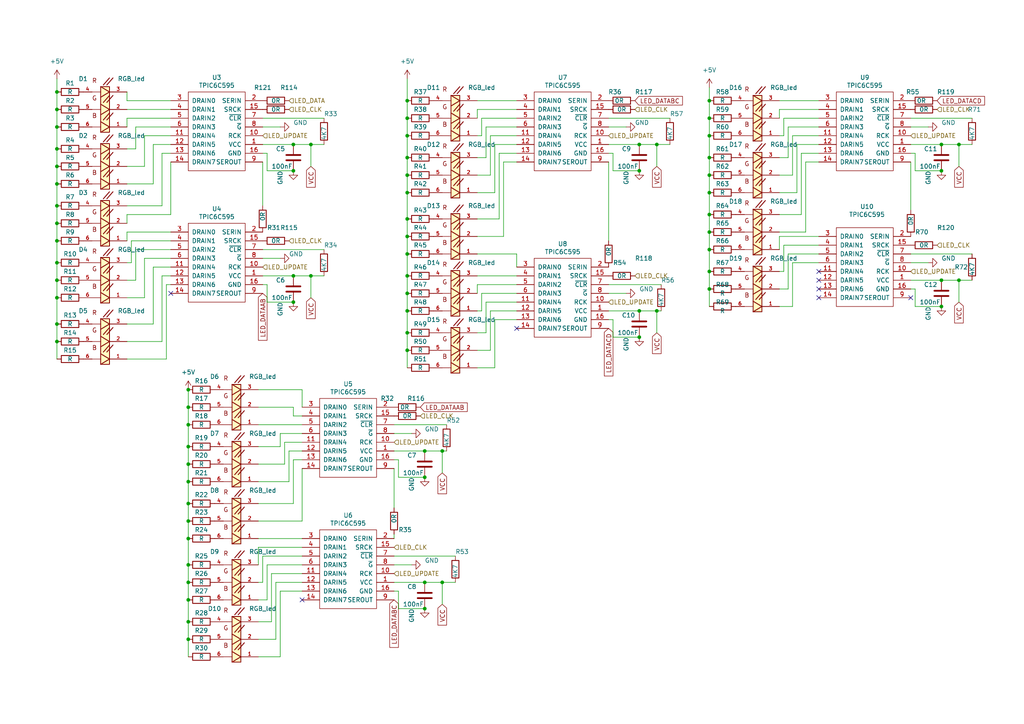
<source format=kicad_sch>
(kicad_sch (version 20231120) (generator "eeschema") (generator_version "8.0")
  (paper "A4")
  (junction (at 85.09 87.63))
  (junction (at 190.5 41.91))
  (junction (at 118.11 90.17))
  (junction (at 16.51 43.18))
  (junction (at 16.51 69.85))
  (junction (at 118.11 55.88))
  (junction (at 16.51 26.67))
  (junction (at 16.51 48.26))
  (junction (at 185.42 41.91))
  (junction (at 118.11 50.8))
  (junction (at 16.51 86.36))
  (junction (at 54.61 123.19))
  (junction (at 16.51 64.77))
  (junction (at 16.51 36.83))
  (junction (at 205.74 29.21))
  (junction (at 16.51 93.98))
  (junction (at 54.61 156.21))
  (junction (at 118.11 63.5))
  (junction (at 185.42 97.79))
  (junction (at 190.5 90.17))
  (junction (at 85.09 49.53))
  (junction (at 118.11 39.37))
  (junction (at 54.61 139.7))
  (junction (at 123.19 138.43))
  (junction (at 54.61 185.42))
  (junction (at 205.74 62.23))
  (junction (at 118.11 73.66))
  (junction (at 185.42 49.53))
  (junction (at 123.19 130.81))
  (junction (at 90.17 80.01))
  (junction (at 205.74 83.82))
  (junction (at 54.61 113.03))
  (junction (at 118.11 101.6))
  (junction (at 16.51 99.06))
  (junction (at 118.11 45.72))
  (junction (at 205.74 78.74))
  (junction (at 54.61 168.91))
  (junction (at 278.13 81.28))
  (junction (at 205.74 45.72))
  (junction (at 273.05 81.28))
  (junction (at 85.09 41.91))
  (junction (at 54.61 134.62))
  (junction (at 278.13 41.91))
  (junction (at 54.61 180.34))
  (junction (at 205.74 55.88))
  (junction (at 205.74 50.8))
  (junction (at 205.74 34.29))
  (junction (at 128.27 168.91))
  (junction (at 123.19 176.53))
  (junction (at 273.05 88.9))
  (junction (at 205.74 39.37))
  (junction (at 54.61 146.05))
  (junction (at 118.11 34.29))
  (junction (at 90.17 41.91))
  (junction (at 54.61 118.11))
  (junction (at 16.51 76.2))
  (junction (at 118.11 96.52))
  (junction (at 118.11 29.21))
  (junction (at 16.51 59.69))
  (junction (at 16.51 81.28))
  (junction (at 273.05 41.91))
  (junction (at 54.61 129.54))
  (junction (at 118.11 80.01))
  (junction (at 16.51 31.75))
  (junction (at 128.27 130.81))
  (junction (at 205.74 72.39))
  (junction (at 118.11 68.58))
  (junction (at 273.05 49.53))
  (junction (at 118.11 85.09))
  (junction (at 54.61 173.99))
  (junction (at 185.42 90.17))
  (junction (at 123.19 168.91))
  (junction (at 85.09 80.01))
  (junction (at 54.61 151.13))
  (junction (at 205.74 67.31))
  (junction (at 16.51 53.34))
  (junction (at 54.61 163.83))
  (no_connect (at 237.49 78.74))
  (no_connect (at 237.49 81.28))
  (no_connect (at 237.49 83.82))
  (no_connect (at 237.49 86.36))
  (no_connect (at 149.86 95.25))
  (no_connect (at 264.16 86.36))
  (no_connect (at 87.63 173.99))
  (no_connect (at 49.53 85.09))
  (wire (pts (xy 74.93 118.11) (xy 85.09 118.11)))
  (wire (pts (xy 36.83 76.2) (xy 38.1 76.2)))
  (wire (pts (xy 77.47 163.83) (xy 77.47 173.99)))
  (wire (pts (xy 87.63 151.13) (xy 74.93 151.13)))
  (wire (pts (xy 114.3 154.94) (xy 114.3 156.21)))
  (wire (pts (xy 36.83 62.23) (xy 36.83 64.77)))
  (wire (pts (xy 205.74 29.21) (xy 205.74 34.29)))
  (wire (pts (xy 140.97 36.83) (xy 149.86 36.83)))
  (wire (pts (xy 177.8 44.45) (xy 177.8 49.53)))
  (wire (pts (xy 177.8 44.45) (xy 176.53 44.45)))
  (wire (pts (xy 205.74 78.74) (xy 205.74 83.82)))
  (wire (pts (xy 16.51 31.75) (xy 16.51 36.83)))
  (wire (pts (xy 77.47 82.55) (xy 76.2 82.55)))
  (wire (pts (xy 74.93 168.91) (xy 76.2 168.91)))
  (wire (pts (xy 49.53 80.01) (xy 46.99 80.01)))
  (wire (pts (xy 54.61 156.21) (xy 54.61 163.83)))
  (wire (pts (xy 36.83 53.34) (xy 44.45 53.34)))
  (wire (pts (xy 41.91 86.36) (xy 41.91 74.93)))
  (wire (pts (xy 232.41 44.45) (xy 232.41 62.23)))
  (wire (pts (xy 118.11 45.72) (xy 118.11 50.8)))
  (wire (pts (xy 138.43 31.75) (xy 149.86 31.75)))
  (wire (pts (xy 16.51 64.77) (xy 16.51 69.85)))
  (wire (pts (xy 237.49 44.45) (xy 232.41 44.45)))
  (wire (pts (xy 190.5 48.26) (xy 190.5 41.91)))
  (wire (pts (xy 87.63 130.81) (xy 83.82 130.81)))
  (wire (pts (xy 181.61 85.09) (xy 176.53 85.09)))
  (wire (pts (xy 264.16 73.66) (xy 281.94 73.66)))
  (wire (pts (xy 143.51 41.91) (xy 149.86 41.91)))
  (wire (pts (xy 54.61 168.91) (xy 54.61 173.99)))
  (wire (pts (xy 118.11 90.17) (xy 118.11 96.52)))
  (wire (pts (xy 128.27 168.91) (xy 132.08 168.91)))
  (wire (pts (xy 119.38 125.73) (xy 114.3 125.73)))
  (wire (pts (xy 115.57 133.35) (xy 115.57 138.43)))
  (wire (pts (xy 226.06 39.37) (xy 227.33 39.37)))
  (wire (pts (xy 16.51 69.85) (xy 16.51 76.2)))
  (wire (pts (xy 143.51 92.71) (xy 149.86 92.71)))
  (wire (pts (xy 231.14 41.91) (xy 237.49 41.91)))
  (wire (pts (xy 77.47 49.53) (xy 85.09 49.53)))
  (wire (pts (xy 36.83 59.69) (xy 46.99 59.69)))
  (wire (pts (xy 36.83 31.75) (xy 49.53 31.75)))
  (wire (pts (xy 83.82 139.7) (xy 74.93 139.7)))
  (wire (pts (xy 87.63 133.35) (xy 85.09 133.35)))
  (wire (pts (xy 229.87 39.37) (xy 229.87 50.8)))
  (wire (pts (xy 90.17 86.36) (xy 90.17 80.01)))
  (wire (pts (xy 81.28 190.5) (xy 81.28 171.45)))
  (wire (pts (xy 36.83 67.31) (xy 36.83 69.85)))
  (wire (pts (xy 118.11 39.37) (xy 118.11 45.72)))
  (wire (pts (xy 44.45 77.47) (xy 44.45 93.98)))
  (wire (pts (xy 39.37 43.18) (xy 39.37 36.83)))
  (wire (pts (xy 90.17 48.26) (xy 90.17 41.91)))
  (wire (pts (xy 38.1 76.2) (xy 38.1 69.85)))
  (wire (pts (xy 232.41 62.23) (xy 226.06 62.23)))
  (wire (pts (xy 265.43 44.45) (xy 265.43 49.53)))
  (wire (pts (xy 177.8 92.71) (xy 177.8 97.79)))
  (wire (pts (xy 77.47 44.45) (xy 76.2 44.45)))
  (wire (pts (xy 114.3 123.19) (xy 129.54 123.19)))
  (wire (pts (xy 49.53 82.55) (xy 48.26 82.55)))
  (wire (pts (xy 138.43 63.5) (xy 144.78 63.5)))
  (wire (pts (xy 16.51 93.98) (xy 16.51 99.06)))
  (wire (pts (xy 226.06 55.88) (xy 231.14 55.88)))
  (wire (pts (xy 227.33 71.12) (xy 237.49 71.12)))
  (wire (pts (xy 85.09 133.35) (xy 85.09 146.05)))
  (wire (pts (xy 149.86 46.99) (xy 146.05 46.99)))
  (wire (pts (xy 138.43 55.88) (xy 143.51 55.88)))
  (wire (pts (xy 114.3 161.29) (xy 132.08 161.29)))
  (wire (pts (xy 143.51 106.68) (xy 143.51 92.71)))
  (wire (pts (xy 190.5 41.91) (xy 194.31 41.91)))
  (wire (pts (xy 85.09 118.11) (xy 85.09 120.65)))
  (wire (pts (xy 128.27 137.16) (xy 128.27 130.81)))
  (wire (pts (xy 36.83 34.29) (xy 49.53 34.29)))
  (wire (pts (xy 48.26 82.55) (xy 48.26 104.14)))
  (wire (pts (xy 87.63 135.89) (xy 87.63 151.13)))
  (wire (pts (xy 138.43 29.21) (xy 149.86 29.21)))
  (wire (pts (xy 118.11 63.5) (xy 118.11 68.58)))
  (wire (pts (xy 273.05 41.91) (xy 264.16 41.91)))
  (wire (pts (xy 44.45 41.91) (xy 44.45 53.34)))
  (wire (pts (xy 41.91 74.93) (xy 49.53 74.93)))
  (wire (pts (xy 36.83 81.28) (xy 39.37 81.28)))
  (wire (pts (xy 36.83 29.21) (xy 49.53 29.21)))
  (wire (pts (xy 226.06 83.82) (xy 228.6 83.82)))
  (wire (pts (xy 54.61 185.42) (xy 54.61 190.5)))
  (wire (pts (xy 190.5 41.91) (xy 185.42 41.91)))
  (wire (pts (xy 54.61 163.83) (xy 54.61 168.91)))
  (wire (pts (xy 278.13 81.28) (xy 273.05 81.28)))
  (wire (pts (xy 205.74 45.72) (xy 205.74 50.8)))
  (wire (pts (xy 80.01 185.42) (xy 74.93 185.42)))
  (wire (pts (xy 90.17 41.91) (xy 85.09 41.91)))
  (wire (pts (xy 226.06 31.75) (xy 237.49 31.75)))
  (wire (pts (xy 74.93 134.62) (xy 82.55 134.62)))
  (wire (pts (xy 118.11 29.21) (xy 118.11 34.29)))
  (wire (pts (xy 138.43 45.72) (xy 140.97 45.72)))
  (wire (pts (xy 80.01 168.91) (xy 80.01 185.42)))
  (wire (pts (xy 205.74 25.4) (xy 205.74 29.21)))
  (wire (pts (xy 177.8 97.79) (xy 185.42 97.79)))
  (wire (pts (xy 74.93 123.19) (xy 87.63 123.19)))
  (wire (pts (xy 81.28 171.45) (xy 87.63 171.45)))
  (wire (pts (xy 265.43 88.9) (xy 273.05 88.9)))
  (wire (pts (xy 190.5 90.17) (xy 191.77 90.17)))
  (wire (pts (xy 41.91 48.26) (xy 41.91 39.37)))
  (wire (pts (xy 233.68 46.99) (xy 237.49 46.99)))
  (wire (pts (xy 77.47 82.55) (xy 77.47 87.63)))
  (wire (pts (xy 81.28 74.93) (xy 76.2 74.93)))
  (wire (pts (xy 83.82 130.81) (xy 83.82 139.7)))
  (wire (pts (xy 118.11 50.8) (xy 118.11 55.88)))
  (wire (pts (xy 273.05 81.28) (xy 264.16 81.28)))
  (wire (pts (xy 177.8 92.71) (xy 176.53 92.71)))
  (wire (pts (xy 142.24 39.37) (xy 142.24 50.8)))
  (wire (pts (xy 229.87 88.9) (xy 226.06 88.9)))
  (wire (pts (xy 205.74 55.88) (xy 205.74 62.23)))
  (wire (pts (xy 39.37 36.83) (xy 49.53 36.83)))
  (wire (pts (xy 87.63 113.03) (xy 87.63 118.11)))
  (wire (pts (xy 16.51 53.34) (xy 16.51 59.69)))
  (wire (pts (xy 140.97 45.72) (xy 140.97 36.83)))
  (wire (pts (xy 36.83 104.14) (xy 48.26 104.14)))
  (wire (pts (xy 36.83 99.06) (xy 46.99 99.06)))
  (wire (pts (xy 190.5 90.17) (xy 185.42 90.17)))
  (wire (pts (xy 128.27 175.26) (xy 128.27 168.91)))
  (wire (pts (xy 278.13 81.28) (xy 281.94 81.28)))
  (wire (pts (xy 176.53 69.85) (xy 176.53 46.99)))
  (wire (pts (xy 115.57 133.35) (xy 114.3 133.35)))
  (wire (pts (xy 138.43 96.52) (xy 140.97 96.52)))
  (wire (pts (xy 138.43 101.6) (xy 142.24 101.6)))
  (wire (pts (xy 118.11 34.29) (xy 118.11 39.37)))
  (wire (pts (xy 78.74 180.34) (xy 78.74 166.37)))
  (wire (pts (xy 264.16 34.29) (xy 281.94 34.29)))
  (wire (pts (xy 74.93 180.34) (xy 78.74 180.34)))
  (wire (pts (xy 54.61 139.7) (xy 54.61 146.05)))
  (wire (pts (xy 76.2 34.29) (xy 93.98 34.29)))
  (wire (pts (xy 139.7 90.17) (xy 139.7 85.09)))
  (wire (pts (xy 228.6 83.82) (xy 228.6 73.66)))
  (wire (pts (xy 265.43 83.82) (xy 265.43 88.9)))
  (wire (pts (xy 115.57 176.53) (xy 123.19 176.53)))
  (wire (pts (xy 54.61 180.34) (xy 54.61 185.42)))
  (wire (pts (xy 278.13 48.26) (xy 278.13 41.91)))
  (wire (pts (xy 118.11 96.52) (xy 118.11 101.6)))
  (wire (pts (xy 265.43 83.82) (xy 264.16 83.82)))
  (wire (pts (xy 265.43 44.45) (xy 264.16 44.45)))
  (wire (pts (xy 85.09 41.91) (xy 76.2 41.91)))
  (wire (pts (xy 38.1 69.85) (xy 49.53 69.85)))
  (wire (pts (xy 231.14 55.88) (xy 231.14 41.91)))
  (wire (pts (xy 226.06 78.74) (xy 227.33 78.74)))
  (wire (pts (xy 228.6 73.66) (xy 237.49 73.66)))
  (wire (pts (xy 269.24 36.83) (xy 264.16 36.83)))
  (wire (pts (xy 226.06 29.21) (xy 237.49 29.21)))
  (wire (pts (xy 123.19 168.91) (xy 114.3 168.91)))
  (wire (pts (xy 54.61 129.54) (xy 54.61 134.62)))
  (wire (pts (xy 228.6 45.72) (xy 228.6 36.83)))
  (wire (pts (xy 76.2 72.39) (xy 93.98 72.39)))
  (wire (pts (xy 87.63 163.83) (xy 77.47 163.83)))
  (wire (pts (xy 144.78 63.5) (xy 144.78 44.45)))
  (wire (pts (xy 77.47 44.45) (xy 77.47 49.53)))
  (wire (pts (xy 278.13 41.91) (xy 273.05 41.91)))
  (wire (pts (xy 205.74 50.8) (xy 205.74 55.88)))
  (wire (pts (xy 233.68 67.31) (xy 233.68 46.99)))
  (wire (pts (xy 77.47 87.63) (xy 85.09 87.63)))
  (wire (pts (xy 16.51 43.18) (xy 16.51 48.26)))
  (wire (pts (xy 278.13 41.91) (xy 281.94 41.91)))
  (wire (pts (xy 118.11 55.88) (xy 118.11 63.5)))
  (wire (pts (xy 149.86 39.37) (xy 142.24 39.37)))
  (wire (pts (xy 54.61 151.13) (xy 54.61 156.21)))
  (wire (pts (xy 142.24 50.8) (xy 138.43 50.8)))
  (wire (pts (xy 118.11 73.66) (xy 118.11 80.01)))
  (wire (pts (xy 36.83 26.67) (xy 36.83 29.21)))
  (wire (pts (xy 138.43 106.68) (xy 143.51 106.68)))
  (wire (pts (xy 205.74 83.82) (xy 205.74 88.9)))
  (wire (pts (xy 16.51 99.06) (xy 16.51 104.14)))
  (wire (pts (xy 36.83 93.98) (xy 44.45 93.98)))
  (wire (pts (xy 90.17 80.01) (xy 93.98 80.01)))
  (wire (pts (xy 36.83 43.18) (xy 39.37 43.18)))
  (wire (pts (xy 205.74 34.29) (xy 205.74 39.37)))
  (wire (pts (xy 227.33 34.29) (xy 237.49 34.29)))
  (wire (pts (xy 81.28 125.73) (xy 87.63 125.73)))
  (wire (pts (xy 54.61 118.11) (xy 54.61 123.19)))
  (wire (pts (xy 16.51 76.2) (xy 16.51 81.28)))
  (wire (pts (xy 46.99 44.45) (xy 49.53 44.45)))
  (wire (pts (xy 265.43 49.53) (xy 273.05 49.53)))
  (wire (pts (xy 76.2 161.29) (xy 87.63 161.29)))
  (wire (pts (xy 128.27 130.81) (xy 129.54 130.81)))
  (wire (pts (xy 90.17 41.91) (xy 93.98 41.91)))
  (wire (pts (xy 54.61 134.62) (xy 54.61 139.7)))
  (wire (pts (xy 205.74 62.23) (xy 205.74 67.31)))
  (wire (pts (xy 118.11 101.6) (xy 118.11 106.68)))
  (wire (pts (xy 16.51 22.86) (xy 16.51 26.67)))
  (wire (pts (xy 139.7 34.29) (xy 139.7 39.37)))
  (wire (pts (xy 81.28 36.83) (xy 76.2 36.83)))
  (wire (pts (xy 118.11 80.01) (xy 118.11 85.09)))
  (wire (pts (xy 16.51 36.83) (xy 16.51 43.18)))
  (wire (pts (xy 74.93 129.54) (xy 81.28 129.54)))
  (wire (pts (xy 16.51 86.36) (xy 16.51 93.98)))
  (wire (pts (xy 85.09 80.01) (xy 76.2 80.01)))
  (wire (pts (xy 36.83 48.26) (xy 41.91 48.26)))
  (wire (pts (xy 36.83 86.36) (xy 41.91 86.36)))
  (wire (pts (xy 139.7 85.09) (xy 149.86 85.09)))
  (wire (pts (xy 226.06 67.31) (xy 233.68 67.31)))
  (wire (pts (xy 149.86 73.66) (xy 149.86 77.47)))
  (wire (pts (xy 44.45 77.47) (xy 49.53 77.47)))
  (wire (pts (xy 142.24 90.17) (xy 149.86 90.17)))
  (wire (pts (xy 142.24 101.6) (xy 142.24 90.17)))
  (wire (pts (xy 138.43 82.55) (xy 149.86 82.55)))
  (wire (pts (xy 146.05 46.99) (xy 146.05 68.58)))
  (wire (pts (xy 85.09 146.05) (xy 74.93 146.05)))
  (wire (pts (xy 74.93 158.75) (xy 87.63 158.75)))
  (wire (pts (xy 74.93 190.5) (xy 81.28 190.5)))
  (wire (pts (xy 44.45 41.91) (xy 49.53 41.91)))
  (wire (pts (xy 78.74 166.37) (xy 87.63 166.37)))
  (wire (pts (xy 114.3 147.32) (xy 114.3 135.89)))
  (wire (pts (xy 36.83 34.29) (xy 36.83 36.83)))
  (wire (pts (xy 269.24 76.2) (xy 264.16 76.2)))
  (wire (pts (xy 237.49 76.2) (xy 229.87 76.2)))
  (wire (pts (xy 228.6 36.83) (xy 237.49 36.83)))
  (wire (pts (xy 143.51 55.88) (xy 143.51 41.91)))
  (wire (pts (xy 205.74 39.37) (xy 205.74 45.72)))
  (wire (pts (xy 128.27 130.81) (xy 123.19 130.81)))
  (wire (pts (xy 146.05 68.58) (xy 138.43 68.58)))
  (wire (pts (xy 76.2 59.69) (xy 76.2 46.99)))
  (wire (pts (xy 226.06 68.58) (xy 226.06 72.39)))
  (wire (pts (xy 181.61 36.83) (xy 176.53 36.83)))
  (wire (pts (xy 144.78 44.45) (xy 149.86 44.45)))
  (wire (pts (xy 229.87 50.8) (xy 226.06 50.8)))
  (wire (pts (xy 46.99 59.69) (xy 46.99 44.45)))
  (wire (pts (xy 138.43 80.01) (xy 149.86 80.01)))
  (wire (pts (xy 90.17 80.01) (xy 85.09 80.01)))
  (wire (pts (xy 278.13 87.63) (xy 278.13 81.28)))
  (wire (pts (xy 115.57 171.45) (xy 114.3 171.45)))
  (wire (pts (xy 140.97 96.52) (xy 140.97 87.63)))
  (wire (pts (xy 190.5 96.52) (xy 190.5 90.17)))
  (wire (pts (xy 115.57 171.45) (xy 115.57 176.53)))
  (wire (pts (xy 176.53 34.29) (xy 194.31 34.29)))
  (wire (pts (xy 118.11 22.86) (xy 118.11 29.21)))
  (wire (pts (xy 229.87 76.2) (xy 229.87 88.9)))
  (wire (pts (xy 81.28 129.54) (xy 81.28 125.73)))
  (wire (pts (xy 82.55 134.62) (xy 82.55 128.27)))
  (wire (pts (xy 54.61 113.03) (xy 54.61 118.11)))
  (wire (pts (xy 128.27 168.91) (xy 123.19 168.91)))
  (wire (pts (xy 54.61 146.05) (xy 54.61 151.13)))
  (wire (pts (xy 264.16 46.99) (xy 264.16 60.96)))
  (wire (pts (xy 16.51 48.26) (xy 16.51 53.34)))
  (wire (pts (xy 177.8 49.53) (xy 185.42 49.53)))
  (wire (pts (xy 149.86 34.29) (xy 139.7 34.29)))
  (wire (pts (xy 226.06 34.29) (xy 226.06 31.75)))
  (wire (pts (xy 185.42 41.91) (xy 176.53 41.91)))
  (wire (pts (xy 36.83 67.31) (xy 49.53 67.31)))
  (wire (pts (xy 138.43 34.29) (xy 138.43 31.75)))
  (wire (pts (xy 176.53 82.55) (xy 191.77 82.55)))
  (wire (pts (xy 76.2 168.91) (xy 76.2 161.29)))
  (wire (pts (xy 205.74 67.31) (xy 205.74 72.39)))
  (wire (pts (xy 118.11 85.09) (xy 118.11 90.17)))
  (wire (pts (xy 36.83 62.23) (xy 49.53 62.23)))
  (wire (pts (xy 227.33 78.74) (xy 227.33 71.12)))
  (wire (pts (xy 138.43 73.66) (xy 149.86 73.66)))
  (wire (pts (xy 138.43 90.17) (xy 139.7 90.17)))
  (wire (pts (xy 140.97 87.63) (xy 149.86 87.63)))
  (wire (pts (xy 82.55 128.27) (xy 87.63 128.27)))
  (wire (pts (xy 54.61 173.99) (xy 54.61 180.34)))
  (wire (pts (xy 237.49 68.58) (xy 226.06 68.58)))
  (wire (pts (xy 118.11 68.58) (xy 118.11 73.66)))
  (wire (pts (xy 138.43 39.37) (xy 139.7 39.37)))
  (wire (pts (xy 227.33 39.37) (xy 227.33 34.29)))
  (wire (pts (xy 74.93 158.75) (xy 74.93 163.83)))
  (wire (pts (xy 16.51 26.67) (xy 16.51 31.75)))
  (wire (pts (xy 119.38 163.83) (xy 114.3 163.83)))
  (wire (pts (xy 115.57 138.43) (xy 123.19 138.43)))
  (wire (pts (xy 87.63 168.91) (xy 80.01 168.91)))
  (wire (pts (xy 49.53 46.99) (xy 49.53 62.23)))
  (wire (pts (xy 16.51 59.69) (xy 16.51 64.77)))
  (wire (pts (xy 77.47 173.99) (xy 74.93 173.99)))
  (wire (pts (xy 16.51 81.28) (xy 16.51 86.36)))
  (wire (pts (xy 138.43 85.09) (xy 138.43 82.55)))
  (wire (pts (xy 41.91 39.37) (xy 49.53 39.37)))
  (wire (pts (xy 46.99 80.01) (xy 46.99 99.06)))
  (wire (pts (xy 185.42 90.17) (xy 176.53 90.17)))
  (wire (pts (xy 74.93 113.03) (xy 87.63 113.03)))
  (wire (pts (xy 54.61 123.19) (xy 54.61 129.54)))
  (wire (pts (xy 123.19 130.81) (xy 114.3 130.81)))
  (wire (pts (xy 74.93 156.21) (xy 87.63 156.21)))
  (wire (pts (xy 39.37 72.39) (xy 49.53 72.39)))
  (wire (pts (xy 85.09 120.65) (xy 87.63 120.65)))
  (wire (pts (xy 226.06 45.72) (xy 228.6 45.72)))
  (wire (pts (xy 205.74 72.39) (xy 205.74 78.74)))
  (wire (pts (xy 39.37 81.28) (xy 39.37 72.39)))
  (wire (pts (xy 237.49 39.37) (xy 229.87 39.37)))
  (global_label "VCC" (shape input) (at 90.17 86.36 270) (property "Intersheetrefs" "${INTERSHEET_REFS}" (effects (hide yes))))
  (global_label "LED_DATACD" (shape input) (at 271.78 29.21 0) (property "Intersheetrefs" "${INTERSHEET_REFS}" (effects (hide yes))))
  (global_label "VCC" (shape input) (at 128.27 137.16 270) (property "Intersheetrefs" "${INTERSHEET_REFS}" (effects (hide yes))))
  (global_label "VCC" (shape input) (at 278.13 48.26 270) (property "Intersheetrefs" "${INTERSHEET_REFS}" (effects (hide yes))))
  (global_label "VCC" (shape input) (at 278.13 87.63 270) (property "Intersheetrefs" "${INTERSHEET_REFS}" (effects (hide yes))))
  (global_label "LED_DATACD" (shape input) (at 176.53 95.25 270) (property "Intersheetrefs" "${INTERSHEET_REFS}" (effects (hide yes))))
  (global_label "VCC" (shape input) (at 190.5 48.26 270) (property "Intersheetrefs" "${INTERSHEET_REFS}" (effects (hide yes))))
  (global_label "LED_DATABC" (shape input) (at 114.3 173.99 270) (property "Intersheetrefs" "${INTERSHEET_REFS}" (effects (hide yes))))
  (global_label "LED_DATAAB" (shape input) (at 76.2 85.09 270) (property "Intersheetrefs" "${INTERSHEET_REFS}" (effects (hide yes))))
  (global_label "LED_DATABC" (shape input) (at 184.15 29.21 0) (property "Intersheetrefs" "${INTERSHEET_REFS}" (effects (hide yes))))
  (global_label "VCC" (shape input) (at 90.17 48.26 270) (property "Intersheetrefs" "${INTERSHEET_REFS}" (effects (hide yes))))
  (global_label "VCC" (shape input) (at 190.5 96.52 270) (property "Intersheetrefs" "${INTERSHEET_REFS}" (effects (hide yes))))
  (global_label "LED_DATAAB" (shape input) (at 121.92 118.11 0) (property "Intersheetrefs" "${INTERSHEET_REFS}" (effects (hide yes))))
  (global_label "VCC" (shape input) (at 128.27 175.26 270) (property "Intersheetrefs" "${INTERSHEET_REFS}" (effects (hide yes))))
  (hierarchical_label "LED_UPDATE" (shape input) (at 264.16 39.37 0))
  (hierarchical_label "LED_UPDATE" (shape input) (at 76.2 39.37 0))
  (hierarchical_label "LED_UPDATE" (shape input) (at 114.3 128.27 0))
  (hierarchical_label "LED_CLK" (shape input) (at 83.82 69.85 0))
  (hierarchical_label "LED_CLK" (shape input) (at 121.92 120.65 0))
  (hierarchical_label "LED_DATA" (shape input) (at 83.82 29.21 0))
  (hierarchical_label "LED_CLK" (shape input) (at 271.78 31.75 0))
  (hierarchical_label "LED_CLK" (shape input) (at 114.3 158.75 0))
  (hierarchical_label "LED_CLK" (shape input) (at 184.15 80.01 0))
  (hierarchical_label "LED_CLK" (shape input) (at 271.78 71.12 0))
  (hierarchical_label "LED_CLK" (shape input) (at 184.15 31.75 0))
  (hierarchical_label "LED_UPDATE" (shape input) (at 176.53 87.63 0))
  (hierarchical_label "LED_UPDATE" (shape input) (at 264.16 78.74 0))
  (hierarchical_label "LED_UPDATE" (shape input) (at 76.2 77.47 0))
  (hierarchical_label "LED_CLK" (shape input) (at 83.82 31.75 0))
  (hierarchical_label "LED_UPDATE" (shape input) (at 114.3 166.37 0))
  (hierarchical_label "LED_UPDATE" (shape input) (at 176.53 39.37 0))
  (symbol (lib_id "3dAudioSym:TPIC6C595") (at 101.6 116.84 0) (unit 1)
    (property "Reference" "U5" (at 100.965 111.379 0))
    (property "Value" "TPIC6C595" (at 100.965 113.6904 0))
    (property "Footprint" "Package_SO:SOIC-16_3.9x9.9mm_P1.27mm" (effects (hide yes)))
    (property "Datasheet" "https://www.mouser.ph/datasheet/2/389/cd00020664-1796042.pdf" (effects (hide yes)))
  )
  (symbol (lib_id "Device:R") (at 209.55 78.74 270) (unit 1)
    (property "Reference" "R67" (at 209.55 76.2 90))
    (property "Value" "R" (at 209.55 78.74 90))
    (property "Footprint" "Resistor_SMD:R_1206_3216Metric" (effects (hide yes)))
  )
  (symbol (lib_id "Device:R") (at 264.16 64.77 0) (unit 1)
    (property "Reference" "R70" (at 265.43 67.31 0) (effects (justify left)))
    (property "Value" "0R" (at 264.16 65.405 90) (effects (justify left)))
    (property "Footprint" "Resistor_SMD:R_1206_3216Metric_Pad1.30x1.75mm_HandSolder" (effects (hide yes)))
  )
  (symbol (lib_id "Device:R") (at 58.42 173.99 270) (unit 1)
    (property "Reference" "R27" (at 58.42 171.45 90))
    (property "Value" "R" (at 58.42 173.99 90))
    (property "Footprint" "Resistor_SMD:R_1206_3216Metric" (effects (hide yes)))
  )
  (symbol (lib_id "Device:R") (at 76.2 63.5 0) (unit 1)
    (property "Reference" "R31" (at 77.47 66.04 0) (effects (justify left)))
    (property "Value" "0R" (at 76.2 64.135 90) (effects (justify left)))
    (property "Footprint" "Resistor_SMD:R_1206_3216Metric_Pad1.30x1.75mm_HandSolder" (effects (hide yes)))
  )
  (symbol (lib_id "Device:R") (at 58.42 118.11 270) (unit 1)
    (property "Reference" "R17" (at 58.42 115.57 90))
    (property "Value" "R" (at 58.42 118.11 90))
    (property "Footprint" "Resistor_SMD:R_1206_3216Metric" (effects (hide yes)))
  )
  (symbol (lib_id "3dAudioSym:TPIC6C595") (at 251.46 27.94 0) (unit 1)
    (property "Reference" "U9" (at 250.825 22.479 0))
    (property "Value" "TPIC6C595" (at 250.825 24.7904 0))
    (property "Footprint" "Package_SO:SOIC-16_3.9x9.9mm_P1.27mm" (effects (hide yes)))
    (property "Datasheet" "https://www.mouser.ph/datasheet/2/389/cd00020664-1796042.pdf" (effects (hide yes)))
  )
  (symbol (lib_id "Device:R") (at 58.42 168.91 270) (unit 1)
    (property "Reference" "R26" (at 58.42 166.37 90))
    (property "Value" "R" (at 58.42 168.91 90))
    (property "Footprint" "Resistor_SMD:R_1206_3216Metric" (effects (hide yes)))
  )
  (symbol (lib_id "Device:R") (at 93.98 76.2 0) (unit 1)
    (property "Reference" "R34" (at 93.98 71.12 0) (effects (justify left)))
    (property "Value" "4K7" (at 93.98 78.74 90) (effects (justify left)))
    (property "Footprint" "Resistor_SMD:R_1206_3216Metric_Pad1.30x1.75mm_HandSolder" (effects (hide yes)))
  )
  (symbol (lib_id "3dAudioSym:QBLP679E-RGB") (at 29.21 81.28 0) (unit 1)
    (property "Reference" "D4" (at 24.13 72.39 0))
    (property "Value" "RGB_led" (at 38.1 72.39 0))
    (property "Footprint" "3dAudioFoot:LED_QBLP679E-RGB" (effects (hide yes)))
    (property "Datasheet" "https://www.digikey.de/de/products/detail/qt-brightek-qtb/QBLP679E-RGB/4814729" (effects (hide yes)))
    (property "Description" "\nRed, Green, Blue (RGB) 620nm Red, 525nm Green, 470nm Blue LED Indication - Discrete 2V Red, 3.3V Green, 3.2V Blue 6-SMD, J-Lead\n" (effects (hide yes)))
    (property "DigiKey_Part_Number" "1516-1131-2-ND" (effects (hide yes)))
    (property "MF" "QT Brightek" (effects (hide yes)))
    (property "Purchase-URL" "https://www.snapeda.com/api/url_track_click_mouser/?unipart_id=328050&manufacturer=QT Brightek&part_name=QBLP679E-RGB&search_term=None" (effects (hide yes)))
    (property "Package" "PLCC-6 QT Brightek" (effects (hide yes)))
    (property "Check_prices" "https://www.snapeda.com/parts/QBLP679E-RGB/QT+Brightek+%2528QTB%2529/view-part/?ref=eda" (effects (hide yes)))
    (property "STANDARD" "Manufacturer Recommendations" (effects (hide yes)))
    (property "SnapEDA_Link" "https://www.snapeda.com/parts/QBLP679E-RGB/QT+Brightek+%2528QTB%2529/view-part/?ref=snap" (effects (hide yes)))
    (property "MP" "QBLP679E-RGB" (effects (hide yes)))
    (property "MANUFACTURER" "QT Brightek" (effects (hide yes)))
  )
  (symbol (lib_id "Device:R") (at 121.92 90.17 270) (unit 1)
    (property "Reference" "R48" (at 121.92 87.63 90))
    (property "Value" "R" (at 121.92 90.17 90))
    (property "Footprint" "Resistor_SMD:R_1206_3216Metric" (effects (hide yes)))
  )
  (symbol (lib_id "3dAudioSym:QBLP679E-RGB") (at 67.31 134.62 0) (unit 1)
    (property "Reference" "D7" (at 62.23 125.73 0))
    (property "Value" "RGB_led" (at 76.2 125.73 0))
    (property "Footprint" "3dAudioFoot:LED_QBLP679E-RGB" (effects (hide yes)))
    (property "Datasheet" "https://www.digikey.de/de/products/detail/qt-brightek-qtb/QBLP679E-RGB/4814729" (effects (hide yes)))
    (property "Description" "\nRed, Green, Blue (RGB) 620nm Red, 525nm Green, 470nm Blue LED Indication - Discrete 2V Red, 3.3V Green, 3.2V Blue 6-SMD, J-Lead\n" (effects (hide yes)))
    (property "DigiKey_Part_Number" "1516-1131-2-ND" (effects (hide yes)))
    (property "MF" "QT Brightek" (effects (hide yes)))
    (property "Purchase-URL" "https://www.snapeda.com/api/url_track_click_mouser/?unipart_id=328050&manufacturer=QT Brightek&part_name=QBLP679E-RGB&search_term=None" (effects (hide yes)))
    (property "Package" "PLCC-6 QT Brightek" (effects (hide yes)))
    (property "Check_prices" "https://www.snapeda.com/parts/QBLP679E-RGB/QT+Brightek+%2528QTB%2529/view-part/?ref=eda" (effects (hide yes)))
    (property "STANDARD" "Manufacturer Recommendations" (effects (hide yes)))
    (property "SnapEDA_Link" "https://www.snapeda.com/parts/QBLP679E-RGB/QT+Brightek+%2528QTB%2529/view-part/?ref=snap" (effects (hide yes)))
    (property "MP" "QBLP679E-RGB" (effects (hide yes)))
    (property "MANUFACTURER" "QT Brightek" (effects (hide yes)))
  )
  (symbol (lib_id "Device:R") (at 180.34 80.01 270) (unit 1)
    (property "Reference" "R118" (at 184.15 74.93 90) (effects (justify left)))
    (property "Value" "0R" (at 180.34 80.01 90))
    (property "Footprint" "Resistor_SMD:R_1206_3216Metric_Pad1.30x1.75mm_HandSolder" (effects (hide yes)))
  )
  (symbol (lib_id "Device:R") (at 209.55 72.39 270) (unit 1)
    (property "Reference" "R66" (at 209.55 69.85 90))
    (property "Value" "R" (at 209.55 72.39 90))
    (property "Footprint" "Resistor_SMD:R_1206_3216Metric" (effects (hide yes)))
  )
  (symbol (lib_id "Device:R") (at 20.32 99.06 270) (unit 1)
    (property "Reference" "R14" (at 20.32 96.52 90))
    (property "Value" "R" (at 20.32 99.06 90))
    (property "Footprint" "Resistor_SMD:R_1206_3216Metric" (effects (hide yes)))
  )
  (symbol (lib_id "Device:R") (at 209.55 83.82 270) (unit 1)
    (property "Reference" "R68" (at 209.55 82.55 90))
    (property "Value" "R" (at 209.55 85.09 90))
    (property "Footprint" "Resistor_SMD:R_1206_3216Metric" (effects (hide yes)))
  )
  (symbol (lib_id "Device:R") (at 20.32 48.26 270) (unit 1)
    (property "Reference" "R5" (at 20.32 45.72 90))
    (property "Value" "R" (at 20.32 48.26 90))
    (property "Footprint" "Resistor_SMD:R_1206_3216Metric" (effects (hide yes)))
  )
  (symbol (lib_id "Device:R") (at 58.42 146.05 270) (unit 1)
    (property "Reference" "R22" (at 58.42 143.51 90))
    (property "Value" "R" (at 58.42 146.05 90))
    (property "Footprint" "Resistor_SMD:R_1206_3216Metric" (effects (hide yes)))
  )
  (symbol (lib_id "power:GND") (at 81.28 74.93 90) (unit 1)
    (property "Reference" "#PWR012" (effects (hide yes)))
    (property "Value" "GND" (at 83.82 73.66 90) (effects (justify right)))
  )
  (symbol (lib_id "Device:R") (at 121.92 96.52 270) (unit 1)
    (property "Reference" "R49" (at 121.92 93.98 90))
    (property "Value" "R" (at 121.92 96.52 90))
    (property "Footprint" "Resistor_SMD:R_1206_3216Metric" (effects (hide yes)))
  )
  (symbol (lib_id "Device:R") (at 121.92 63.5 270) (unit 1)
    (property "Reference" "R43" (at 121.92 60.96 90))
    (property "Value" "R" (at 121.92 63.5 90))
    (property "Footprint" "Resistor_SMD:R_1206_3216Metric" (effects (hide yes)))
  )
  (symbol (lib_id "Device:C") (at 273.05 85.09 0) (unit 1)
    (property "Reference" "C12" (at 267.97 82.55 0) (effects (justify left)))
    (property "Value" "100nF" (at 266.7 87.63 0) (effects (justify left)))
    (property "Footprint" "Capacitor_SMD:C_1206_3216Metric_Pad1.33x1.80mm_HandSolder" (effects (hide yes)))
  )
  (symbol (lib_id "Device:C") (at 85.09 45.72 0) (unit 1)
    (property "Reference" "C5" (at 80.01 43.18 0) (effects (justify left)))
    (property "Value" "100nF" (at 78.74 48.26 0) (effects (justify left)))
    (property "Footprint" "Capacitor_SMD:C_1206_3216Metric_Pad1.33x1.80mm_HandSolder" (effects (hide yes)))
  )
  (symbol (lib_id "3dAudioSym:QBLP679E-RGB") (at 130.81 85.09 0) (unit 1)
    (property "Reference" "D14" (at 125.73 76.2 0))
    (property "Value" "RGB_led" (at 139.7 76.2 0))
    (property "Footprint" "3dAudioFoot:LED_QBLP679E-RGB" (effects (hide yes)))
    (property "Datasheet" "https://www.digikey.de/de/products/detail/qt-brightek-qtb/QBLP679E-RGB/4814729" (effects (hide yes)))
    (property "Description" "\nRed, Green, Blue (RGB) 620nm Red, 525nm Green, 470nm Blue LED Indication - Discrete 2V Red, 3.3V Green, 3.2V Blue 6-SMD, J-Lead\n" (effects (hide yes)))
    (property "DigiKey_Part_Number" "1516-1131-2-ND" (effects (hide yes)))
    (property "MF" "QT Brightek" (effects (hide yes)))
    (property "Purchase-URL" "https://www.snapeda.com/api/url_track_click_mouser/?unipart_id=328050&manufacturer=QT Brightek&part_name=QBLP679E-RGB&search_term=None" (effects (hide yes)))
    (property "Package" "PLCC-6 QT Brightek" (effects (hide yes)))
    (property "Check_prices" "https://www.snapeda.com/parts/QBLP679E-RGB/QT+Brightek+%2528QTB%2529/view-part/?ref=eda" (effects (hide yes)))
    (property "STANDARD" "Manufacturer Recommendations" (effects (hide yes)))
    (property "SnapEDA_Link" "https://www.snapeda.com/parts/QBLP679E-RGB/QT+Brightek+%2528QTB%2529/view-part/?ref=snap" (effects (hide yes)))
    (property "MP" "QBLP679E-RGB" (effects (hide yes)))
    (property "MANUFACTURER" "QT Brightek" (effects (hide yes)))
  )
  (symbol (lib_id "3dAudioSym:QBLP679E-RGB") (at 29.21 99.06 0) (unit 1)
    (property "Reference" "D5" (at 24.13 90.17 0))
    (property "Value" "RGB_led" (at 38.1 90.17 0))
    (property "Footprint" "3dAudioFoot:LED_QBLP679E-RGB" (effects (hide yes)))
    (property "Datasheet" "https://www.digikey.de/de/products/detail/qt-brightek-qtb/QBLP679E-RGB/4814729" (effects (hide yes)))
    (property "Description" "\nRed, Green, Blue (RGB) 620nm Red, 525nm Green, 470nm Blue LED Indication - Discrete 2V Red, 3.3V Green, 3.2V Blue 6-SMD, J-Lead\n" (effects (hide yes)))
    (property "DigiKey_Part_Number" "1516-1131-2-ND" (effects (hide yes)))
    (property "MF" "QT Brightek" (effects (hide yes)))
    (property "Purchase-URL" "https://www.snapeda.com/api/url_track_click_mouser/?unipart_id=328050&manufacturer=QT Brightek&part_name=QBLP679E-RGB&search_term=None" (effects (hide yes)))
    (property "Package" "PLCC-6 QT Brightek" (effects (hide yes)))
    (property "Check_prices" "https://www.snapeda.com/parts/QBLP679E-RGB/QT+Brightek+%2528QTB%2529/view-part/?ref=eda" (effects (hide yes)))
    (property "STANDARD" "Manufacturer Recommendations" (effects (hide yes)))
    (property "SnapEDA_Link" "https://www.snapeda.com/parts/QBLP679E-RGB/QT+Brightek+%2528QTB%2529/view-part/?ref=snap" (effects (hide yes)))
    (property "MP" "QBLP679E-RGB" (effects (hide yes)))
    (property "MANUFACTURER" "QT Brightek" (effects (hide yes)))
  )
  (symbol (lib_id "Device:R") (at 58.42 190.5 270) (unit 1)
    (property "Reference" "R30" (at 58.42 187.96 90))
    (property "Value" "R" (at 58.42 190.5 90))
    (property "Footprint" "Resistor_SMD:R_1206_3216Metric" (effects (hide yes)))
  )
  (symbol (lib_id "3dAudioSym:QBLP679E-RGB") (at 218.44 34.29 0) (unit 1)
    (property "Reference" "D16" (at 213.36 25.4 0))
    (property "Value" "RGB_led" (at 227.33 25.4 0))
    (property "Footprint" "3dAudioFoot:LED_QBLP679E-RGB" (effects (hide yes)))
    (property "Datasheet" "https://www.digikey.de/de/products/detail/qt-brightek-qtb/QBLP679E-RGB/4814729" (effects (hide yes)))
    (property "Description" "\nRed, Green, Blue (RGB) 620nm Red, 525nm Green, 470nm Blue LED Indication - Discrete 2V Red, 3.3V Green, 3.2V Blue 6-SMD, J-Lead\n" (effects (hide yes)))
    (property "DigiKey_Part_Number" "1516-1131-2-ND" (effects (hide yes)))
    (property "MF" "QT Brightek" (effects (hide yes)))
    (property "Purchase-URL" "https://www.snapeda.com/api/url_track_click_mouser/?unipart_id=328050&manufacturer=QT Brightek&part_name=QBLP679E-RGB&search_term=None" (effects (hide yes)))
    (property "Package" "PLCC-6 QT Brightek" (effects (hide yes)))
    (property "Check_prices" "https://www.snapeda.com/parts/QBLP679E-RGB/QT+Brightek+%2528QTB%2529/view-part/?ref=eda" (effects (hide yes)))
    (property "STANDARD" "Manufacturer Recommendations" (effects (hide yes)))
    (property "SnapEDA_Link" "https://www.snapeda.com/parts/QBLP679E-RGB/QT+Brightek+%2528QTB%2529/view-part/?ref=snap" (effects (hide yes)))
    (property "MP" "QBLP679E-RGB" (effects (hide yes)))
    (property "MANUFACTURER" "QT Brightek" (effects (hide yes)))
  )
  (symbol (lib_id "3dAudioSym:QBLP679E-RGB") (at 67.31 168.91 0) (unit 1)
    (property "Reference" "D9" (at 62.23 160.02 0))
    (property "Value" "RGB_led" (at 76.2 160.02 0))
    (property "Footprint" "3dAudioFoot:LED_QBLP679E-RGB" (effects (hide yes)))
    (property "Datasheet" "https://www.digikey.de/de/products/detail/qt-brightek-qtb/QBLP679E-RGB/4814729" (effects (hide yes)))
    (property "Description" "\nRed, Green, Blue (RGB) 620nm Red, 525nm Green, 470nm Blue LED Indication - Discrete 2V Red, 3.3V Green, 3.2V Blue 6-SMD, J-Lead\n" (effects (hide yes)))
    (property "DigiKey_Part_Number" "1516-1131-2-ND" (effects (hide yes)))
    (property "MF" "QT Brightek" (effects (hide yes)))
    (property "Purchase-URL" "https://www.snapeda.com/api/url_track_click_mouser/?unipart_id=328050&manufacturer=QT Brightek&part_name=QBLP679E-RGB&search_term=None" (effects (hide yes)))
    (property "Package" "PLCC-6 QT Brightek" (effects (hide yes)))
    (property "Check_prices" "https://www.snapeda.com/parts/QBLP679E-RGB/QT+Brightek+%2528QTB%2529/view-part/?ref=eda" (effects (hide yes)))
    (property "STANDARD" "Manufacturer Recommendations" (effects (hide yes)))
    (property "SnapEDA_Link" "https://www.snapeda.com/parts/QBLP679E-RGB/QT+Brightek+%2528QTB%2529/view-part/?ref=snap" (effects (hide yes)))
    (property "MP" "QBLP679E-RGB" (effects (hide yes)))
    (property "MANUFACTURER" "QT Brightek" (effects (hide yes)))
  )
  (symbol (lib_id "Device:R") (at 80.01 29.21 270) (unit 1)
    (property "Reference" "R121" (at 73.66 25.4 90) (effects (justify left)))
    (property "Value" "0R" (at 80.01 29.21 90))
    (property "Footprint" "Resistor_SMD:R_1206_3216Metric_Pad1.30x1.75mm_HandSolder" (effects (hide yes)))
  )
  (symbol (lib_id "Device:R") (at 58.42 129.54 270) (unit 1)
    (property "Reference" "R19" (at 58.42 127 90))
    (property "Value" "R" (at 58.42 129.54 90))
    (property "Footprint" "Resistor_SMD:R_1206_3216Metric" (effects (hide yes)))
  )
  (symbol (lib_id "3dAudioSym:QBLP679E-RGB") (at 67.31 118.11 0) (unit 1)
    (property "Reference" "D6" (at 62.23 109.22 0))
    (property "Value" "RGB_led" (at 76.2 109.22 0))
    (property "Footprint" "3dAudioFoot:LED_QBLP679E-RGB" (effects (hide yes)))
    (property "Datasheet" "https://www.digikey.de/de/products/detail/qt-brightek-qtb/QBLP679E-RGB/4814729" (effects (hide yes)))
    (property "Description" "\nRed, Green, Blue (RGB) 620nm Red, 525nm Green, 470nm Blue LED Indication - Discrete 2V Red, 3.3V Green, 3.2V Blue 6-SMD, J-Lead\n" (effects (hide yes)))
    (property "DigiKey_Part_Number" "1516-1131-2-ND" (effects (hide yes)))
    (property "MF" "QT Brightek" (effects (hide yes)))
    (property "Purchase-URL" "https://www.snapeda.com/api/url_track_click_mouser/?unipart_id=328050&manufacturer=QT Brightek&part_name=QBLP679E-RGB&search_term=None" (effects (hide yes)))
    (property "Package" "PLCC-6 QT Brightek" (effects (hide yes)))
    (property "Check_prices" "https://www.snapeda.com/parts/QBLP679E-RGB/QT+Brightek+%2528QTB%2529/view-part/?ref=eda" (effects (hide yes)))
    (property "STANDARD" "Manufacturer Recommendations" (effects (hide yes)))
    (property "SnapEDA_Link" "https://www.snapeda.com/parts/QBLP679E-RGB/QT+Brightek+%2528QTB%2529/view-part/?ref=snap" (effects (hide yes)))
    (property "MP" "QBLP679E-RGB" (effects (hide yes)))
    (property "MANUFACTURER" "QT Brightek" (effects (hide yes)))
  )
  (symbol (lib_id "Device:R") (at 20.32 76.2 270) (unit 1)
    (property "Reference" "R10" (at 20.32 73.66 90))
    (property "Value" "R" (at 20.32 76.2 90))
    (property "Footprint" "Resistor_SMD:R_1206_3216Metric" (effects (hide yes)))
  )
  (symbol (lib_id "Device:R") (at 20.32 86.36 270) (unit 1)
    (property "Reference" "R12" (at 20.32 83.82 90))
    (property "Value" "R" (at 20.32 86.36 90))
    (property "Footprint" "Resistor_SMD:R_1206_3216Metric" (effects (hide yes)))
  )
  (symbol (lib_id "Device:R") (at 209.55 88.9 270) (unit 1)
    (property "Reference" "R69" (at 209.55 87.63 90))
    (property "Value" "R" (at 209.55 90.17 90))
    (property "Footprint" "Resistor_SMD:R_1206_3216Metric" (effects (hide yes)))
  )
  (symbol (lib_id "3dAudioSym:QBLP679E-RGB") (at 130.81 50.8 0) (unit 1)
    (property "Reference" "D12" (at 125.73 41.91 0))
    (property "Value" "RGB_led" (at 139.7 41.91 0))
    (property "Footprint" "3dAudioFoot:LED_QBLP679E-RGB" (effects (hide yes)))
    (property "Datasheet" "https://www.digikey.de/de/products/detail/qt-brightek-qtb/QBLP679E-RGB/4814729" (effects (hide yes)))
    (property "Description" "\nRed, Green, Blue (RGB) 620nm Red, 525nm Green, 470nm Blue LED Indication - Discrete 2V Red, 3.3V Green, 3.2V Blue 6-SMD, J-Lead\n" (effects (hide yes)))
    (property "DigiKey_Part_Number" "1516-1131-2-ND" (effects (hide yes)))
    (property "MF" "QT Brightek" (effects (hide yes)))
    (property "Purchase-URL" "https://www.snapeda.com/api/url_track_click_mouser/?unipart_id=328050&manufacturer=QT Brightek&part_name=QBLP679E-RGB&search_term=None" (effects (hide yes)))
    (property "Package" "PLCC-6 QT Brightek" (effects (hide yes)))
    (property "Check_prices" "https://www.snapeda.com/parts/QBLP679E-RGB/QT+Brightek+%2528QTB%2529/view-part/?ref=eda" (effects (hide yes)))
    (property "STANDARD" "Manufacturer Recommendations" (effects (hide yes)))
    (property "SnapEDA_Link" "https://www.snapeda.com/parts/QBLP679E-RGB/QT+Brightek+%2528QTB%2529/view-part/?ref=snap" (effects (hide yes)))
    (property "MP" "QBLP679E-RGB" (effects (hide yes)))
    (property "MANUFACTURER" "QT Brightek" (effects (hide yes)))
  )
  (symbol (lib_id "Device:R") (at 121.92 85.09 270) (unit 1)
    (property "Reference" "R47" (at 121.92 82.55 90))
    (property "Value" "R" (at 121.92 85.09 90))
    (property "Footprint" "Resistor_SMD:R_1206_3216Metric" (effects (hide yes)))
  )
  (symbol (lib_id "power:GND") (at 119.38 163.83 90) (unit 1)
    (property "Reference" "#PWR017" (effects (hide yes)))
    (property "Value" "GND" (at 123.19 162.56 90) (effects (justify right)))
  )
  (symbol (lib_id "Device:R") (at 80.01 31.75 270) (unit 1)
    (property "Reference" "R114" (at 81.28 25.4 90) (effects (justify left)))
    (property "Value" "0R" (at 80.01 31.75 90))
    (property "Footprint" "Resistor_SMD:R_1206_3216Metric_Pad1.30x1.75mm_HandSolder" (effects (hide yes)))
  )
  (symbol (lib_id "Device:R") (at 58.42 163.83 270) (unit 1)
    (property "Reference" "R25" (at 58.42 161.29 90))
    (property "Value" "R" (at 58.42 163.83 90))
    (property "Footprint" "Resistor_SMD:R_1206_3216Metric" (effects (hide yes)))
  )
  (symbol (lib_id "Device:R") (at 209.55 50.8 270) (unit 1)
    (property "Reference" "R62" (at 209.55 48.26 90))
    (property "Value" "R" (at 209.55 50.8 90))
    (property "Footprint" "Resistor_SMD:R_1206_3216Metric" (effects (hide yes)))
  )
  (symbol (lib_id "3dAudioSym:QBLP679E-RGB") (at 29.21 48.26 0) (unit 1)
    (property "Reference" "D2" (at 24.13 39.37 0))
    (property "Value" "RGB_led" (at 38.1 39.37 0))
    (property "Footprint" "3dAudioFoot:LED_QBLP679E-RGB" (effects (hide yes)))
    (property "Datasheet" "https://www.digikey.de/de/products/detail/qt-brightek-qtb/QBLP679E-RGB/4814729" (effects (hide yes)))
    (property "Description" "\nRed, Green, Blue (RGB) 620nm Red, 525nm Green, 470nm Blue LED Indication - Discrete 2V Red, 3.3V Green, 3.2V Blue 6-SMD, J-Lead\n" (effects (hide yes)))
    (property "DigiKey_Part_Number" "1516-1131-2-ND" (effects (hide yes)))
    (property "MF" "QT Brightek" (effects (hide yes)))
    (property "Purchase-URL" "https://www.snapeda.com/api/url_track_click_mouser/?unipart_id=328050&manufacturer=QT Brightek&part_name=QBLP679E-RGB&search_term=None" (effects (hide yes)))
    (property "Package" "PLCC-6 QT Brightek" (effects (hide yes)))
    (property "Check_prices" "https://www.snapeda.com/parts/QBLP679E-RGB/QT+Brightek+%2528QTB%2529/view-part/?ref=eda" (effects (hide yes)))
    (property "STANDARD" "Manufacturer Recommendations" (effects (hide yes)))
    (property "SnapEDA_Link" "https://www.snapeda.com/parts/QBLP679E-RGB/QT+Brightek+%2528QTB%2529/view-part/?ref=snap" (effects (hide yes)))
    (property "MP" "QBLP679E-RGB" (effects (hide yes)))
    (property "MANUFACTURER" "QT Brightek" (effects (hide yes)))
  )
  (symbol (lib_id "Device:R") (at 281.94 77.47 0) (unit 1)
    (property "Reference" "R72" (at 276.86 77.47 0) (effects (justify left)))
    (property "Value" "4K7" (at 281.94 80.01 90) (effects (justify left)))
    (property "Footprint" "Resistor_SMD:R_1206_3216Metric_Pad1.30x1.75mm_HandSolder" (effects (hide yes)))
  )
  (symbol (lib_id "power:GND") (at 269.24 36.83 90) (unit 1)
    (property "Reference" "#PWR025" (effects (hide yes)))
    (property "Value" "GND" (at 273.05 35.56 90) (effects (justify right)))
  )
  (symbol (lib_id "Device:R") (at 20.32 53.34 270) (unit 1)
    (property "Reference" "R6" (at 20.32 50.8 90))
    (property "Value" "R" (at 20.32 53.34 90))
    (property "Footprint" "Resistor_SMD:R_1206_3216Metric" (effects (hide yes)))
  )
  (symbol (lib_id "Device:R") (at 209.55 55.88 270) (unit 1)
    (property "Reference" "R63" (at 209.55 53.34 90))
    (property "Value" "R" (at 209.55 55.88 90))
    (property "Footprint" "Resistor_SMD:R_1206_3216Metric" (effects (hide yes)))
  )
  (symbol (lib_id "3dAudioSym:QBLP679E-RGB") (at 130.81 34.29 0) (unit 1)
    (property "Reference" "D11" (at 125.73 25.4 0))
    (property "Value" "RGB_led" (at 139.7 25.4 0))
    (property "Footprint" "3dAudioFoot:LED_QBLP679E-RGB" (effects (hide yes)))
    (property "Datasheet" "https://www.digikey.de/de/products/detail/qt-brightek-qtb/QBLP679E-RGB/4814729" (effects (hide yes)))
    (property "Description" "\nRed, Green, Blue (RGB) 620nm Red, 525nm Green, 470nm Blue LED Indication - Discrete 2V Red, 3.3V Green, 3.2V Blue 6-SMD, J-Lead\n" (effects (hide yes)))
    (property "DigiKey_Part_Number" "1516-1131-2-ND" (effects (hide yes)))
    (property "MF" "QT Brightek" (effects (hide yes)))
    (property "Purchase-URL" "https://www.snapeda.com/api/url_track_click_mouser/?unipart_id=328050&manufacturer=QT Brightek&part_name=QBLP679E-RGB&search_term=None" (effects (hide yes)))
    (property "Package" "PLCC-6 QT Brightek" (effects (hide yes)))
    (property "Check_prices" "https://www.snapeda.com/parts/QBLP679E-RGB/QT+Brightek+%2528QTB%2529/view-part/?ref=eda" (effects (hide yes)))
    (property "STANDARD" "Manufacturer Recommendations" (effects (hide yes)))
    (property "SnapEDA_Link" "https://www.snapeda.com/parts/QBLP679E-RGB/QT+Brightek+%2528QTB%2529/view-part/?ref=snap" (effects (hide yes)))
    (property "MP" "QBLP679E-RGB" (effects (hide yes)))
    (property "MANUFACTURER" "QT Brightek" (effects (hide yes)))
  )
  (symbol (lib_id "Device:R") (at 20.32 69.85 270) (unit 1)
    (property "Reference" "R9" (at 20.32 67.31 90))
    (property "Value" "R" (at 20.32 69.85 90))
    (property "Footprint" "Resistor_SMD:R_1206_3216Metric" (effects (hide yes)))
  )
  (symbol (lib_id "Device:R") (at 93.98 38.1 0) (unit 1)
    (property "Reference" "R33" (at 93.98 33.02 0) (effects (justify left)))
    (property "Value" "4K7" (at 93.98 40.64 90) (effects (justify left)))
    (property "Footprint" "Resistor_SMD:R_1206_3216Metric_Pad1.30x1.75mm_HandSolder" (effects (hide yes)))
  )
  (symbol (lib_id "Device:R") (at 121.92 55.88 270) (unit 1)
    (property "Reference" "R42" (at 121.92 53.34 90))
    (property "Value" "R" (at 121.92 55.88 90))
    (property "Footprint" "Resistor_SMD:R_1206_3216Metric" (effects (hide yes)))
  )
  (symbol (lib_id "3dAudioSym:TPIC6C595") (at 251.46 67.31 0) (unit 1)
    (property "Reference" "U10" (at 251.46 59.9186 0))
    (property "Value" "TPIC6C595" (at 251.46 62.23 0))
    (property "Footprint" "Package_SO:SOIC-16_3.9x9.9mm_P1.27mm" (effects (hide yes)))
    (property "Datasheet" "https://www.mouser.ph/datasheet/2/389/cd00020664-1796042.pdf" (effects (hide yes)))
  )
  (symbol (lib_id "power:GND") (at 85.09 49.53 0) (unit 1)
    (property "Reference" "#PWR013" (effects (hide yes)))
    (property "Value" "GND" (at 81.28 49.53 90) (effects (justify right)))
  )
  (symbol (lib_id "Device:C") (at 185.42 45.72 0) (unit 1)
    (property "Reference" "C9" (at 180.34 43.18 0) (effects (justify left)))
    (property "Value" "100nF" (at 179.07 48.26 0) (effects (justify left)))
    (property "Footprint" "Capacitor_SMD:C_1206_3216Metric_Pad1.33x1.80mm_HandSolder" (effects (hide yes)))
  )
  (symbol (lib_id "3dAudioSym:QBLP679E-RGB") (at 218.44 50.8 0) (unit 1)
    (property "Reference" "D17" (at 213.36 41.91 0))
    (property "Value" "RGB_led" (at 227.33 41.91 0))
    (property "Footprint" "3dAudioFoot:LED_QBLP679E-RGB" (effects (hide yes)))
    (property "Datasheet" "https://www.digikey.de/de/products/detail/qt-brightek-qtb/QBLP679E-RGB/4814729" (effects (hide yes)))
    (property "Description" "\nRed, Green, Blue (RGB) 620nm Red, 525nm Green, 470nm Blue LED Indication - Discrete 2V Red, 3.3V Green, 3.2V Blue 6-SMD, J-Lead\n" (effects (hide yes)))
    (property "DigiKey_Part_Number" "1516-1131-2-ND" (effects (hide yes)))
    (property "MF" "QT Brightek" (effects (hide yes)))
    (property "Purchase-URL" "https://www.snapeda.com/api/url_track_click_mouser/?unipart_id=328050&manufacturer=QT Brightek&part_name=QBLP679E-RGB&search_term=None" (effects (hide yes)))
    (property "Package" "PLCC-6 QT Brightek" (effects (hide yes)))
    (property "Check_prices" "https://www.snapeda.com/parts/QBLP679E-RGB/QT+Brightek+%2528QTB%2529/view-part/?ref=eda" (effects (hide yes)))
    (property "STANDARD" "Manufacturer Recommendations" (effects (hide yes)))
    (property "SnapEDA_Link" "https://www.snapeda.com/parts/QBLP679E-RGB/QT+Brightek+%2528QTB%2529/view-part/?ref=snap" (effects (hide yes)))
    (property "MP" "QBLP679E-RGB" (effects (hide yes)))
    (property "MANUFACTURER" "QT Brightek" (effects (hide yes)))
  )
  (symbol (lib_id "Device:R") (at 121.92 34.29 270) (unit 1)
    (property "Reference" "R38" (at 121.92 31.75 90))
    (property "Value" "R" (at 121.92 34.29 90))
    (property "Footprint" "Resistor_SMD:R_1206_3216Metric" (effects (hide yes)))
  )
  (symbol (lib_id "Device:R") (at 58.42 123.19 270) (unit 1)
    (property "Reference" "R18" (at 58.42 120.65 90))
    (property "Value" "R" (at 58.42 123.19 90))
    (property "Footprint" "Resistor_SMD:R_1206_3216Metric" (effects (hide yes)))
  )
  (symbol (lib_id "3dAudioSym:QBLP679E-RGB") (at 130.81 101.6 0) (unit 1)
    (property "Reference" "D15" (at 125.73 92.71 0))
    (property "Value" "RGB_led" (at 139.7 92.71 0))
    (property "Footprint" "3dAudioFoot:LED_QBLP679E-RGB" (effects (hide yes)))
    (property "Datasheet" "https://www.digikey.de/de/products/detail/qt-brightek-qtb/QBLP679E-RGB/4814729" (effects (hide yes)))
    (property "Description" "\nRed, Green, Blue (RGB) 620nm Red, 525nm Green, 470nm Blue LED Indication - Discrete 2V Red, 3.3V Green, 3.2V Blue 6-SMD, J-Lead\n" (effects (hide yes)))
    (property "DigiKey_Part_Number" "1516-1131-2-ND" (effects (hide yes)))
    (property "MF" "QT Brightek" (effects (hide yes)))
    (property "Purchase-URL" "https://www.snapeda.com/api/url_track_click_mouser/?unipart_id=328050&manufacturer=QT Brightek&part_name=QBLP679E-RGB&search_term=None" (effects (hide yes)))
    (property "Package" "PLCC-6 QT Brightek" (effects (hide yes)))
    (property "Check_prices" "https://www.snapeda.com/parts/QBLP679E-RGB/QT+Brightek+%2528QTB%2529/view-part/?ref=eda" (effects (hide yes)))
    (property "STANDARD" "Manufacturer Recommendations" (effects (hide yes)))
    (property "SnapEDA_Link" "https://www.snapeda.com/parts/QBLP679E-RGB/QT+Brightek+%2528QTB%2529/view-part/?ref=snap" (effects (hide yes)))
    (property "MP" "QBLP679E-RGB" (effects (hide yes)))
    (property "MANUFACTURER" "QT Brightek" (effects (hide yes)))
  )
  (symbol (lib_id "power:GND") (at 273.05 88.9 0) (unit 1)
    (property "Reference" "#PWR028" (effects (hide yes)))
    (property "Value" "GND" (at 269.24 88.9 90) (effects (justify right)))
  )
  (symbol (lib_id "3dAudioSym:QBLP679E-RGB") (at 29.21 31.75 0) (unit 1)
    (property "Reference" "D1" (at 24.13 22.86 0))
    (property "Value" "RGB_led" (at 38.1 22.86 0))
    (property "Footprint" "3dAudioFoot:LED_QBLP679E-RGB" (effects (hide yes)))
    (property "Datasheet" "https://www.digikey.de/de/products/detail/qt-brightek-qtb/QBLP679E-RGB/4814729" (effects (hide yes)))
    (property "Description" "\nRed, Green, Blue (RGB) 620nm Red, 525nm Green, 470nm Blue LED Indication - Discrete 2V Red, 3.3V Green, 3.2V Blue 6-SMD, J-Lead\n" (effects (hide yes)))
    (property "DigiKey_Part_Number" "1516-1131-2-ND" (effects (hide yes)))
    (property "MF" "QT Brightek" (effects (hide yes)))
    (property "Purchase-URL" "https://www.snapeda.com/api/url_track_click_mouser/?unipart_id=328050&manufacturer=QT Brightek&part_name=QBLP679E-RGB&search_term=None" (effects (hide yes)))
    (property "Package" "PLCC-6 QT Brightek" (effects (hide yes)))
    (property "Check_prices" "https://www.snapeda.com/parts/QBLP679E-RGB/QT+Brightek+%2528QTB%2529/view-part/?ref=eda" (effects (hide yes)))
    (property "STANDARD" "Manufacturer Recommendations" (effects (hide yes)))
    (property "SnapEDA_Link" "https://www.snapeda.com/parts/QBLP679E-RGB/QT+Brightek+%2528QTB%2529/view-part/?ref=snap" (effects (hide yes)))
    (property "MP" "QBLP679E-RGB" (effects (hide yes)))
    (property "MANUFACTURER" "QT Brightek" (effects (hide yes)))
  )
  (symbol (lib_id "Device:R") (at 209.55 29.21 270) (unit 1)
    (property "Reference" "R58" (at 209.55 26.67 90))
    (property "Value" "R" (at 209.55 29.21 90))
    (property "Footprint" "Resistor_SMD:R_1206_3216Metric" (effects (hide yes)))
  )
  (symbol (lib_id "Device:R") (at 20.32 43.18 270) (unit 1)
    (property "Reference" "R4" (at 20.32 40.64 90))
    (property "Value" "R" (at 20.32 43.18 90))
    (property "Footprint" "Resistor_SMD:R_1206_3216Metric" (effects (hide yes)))
  )
  (symbol (lib_id "Device:R") (at 209.55 34.29 270) (unit 1)
    (property "Reference" "R59" (at 209.55 31.75 90))
    (property "Value" "R" (at 209.55 34.29 90))
    (property "Footprint" "Resistor_SMD:R_1206_3216Metric" (effects (hide yes)))
  )
  (symbol (lib_id "3dAudioSym:TPIC6C595") (at 163.83 27.94 0) (unit 1)
    (property "Reference" "U7" (at 163.195 22.479 0))
    (property "Value" "TPIC6C595" (at 163.195 24.7904 0))
    (property "Footprint" "Package_SO:SOIC-16_3.9x9.9mm_P1.27mm" (effects (hide yes)))
    (property "Datasheet" "https://www.mouser.ph/datasheet/2/389/cd00020664-1796042.pdf" (effects (hide yes)))
  )
  (symbol (lib_id "power:+5V") (at 118.11 22.86 0) (unit 1)
    (property "Reference" "#PWR015" (effects (hide yes)))
    (property "Value" "+5V" (at 118.11 17.78 0))
  )
  (symbol (lib_id "Device:R") (at 267.97 31.75 270) (unit 1)
    (property "Reference" "R119" (at 271.78 26.67 90) (effects (justify left)))
    (property "Value" "0R" (at 267.97 31.75 90))
    (property "Footprint" "Resistor_SMD:R_1206_3216Metric_Pad1.30x1.75mm_HandSolder" (effects (hide yes)))
  )
  (symbol (lib_id "Device:R") (at 191.77 86.36 0) (unit 1)
    (property "Reference" "R56" (at 191.77 81.28 0) (effects (justify left)))
    (property "Value" "4K7" (at 191.77 88.9 90) (effects (justify left)))
    (property "Footprint" "Resistor_SMD:R_1206_3216Metric_Pad1.30x1.75mm_HandSolder" (effects (hide yes)))
  )
  (symbol (lib_id "Device:R") (at 58.42 113.03 270) (unit 1)
    (property "Reference" "R16" (at 58.42 110.49 90))
    (property "Value" "R" (at 58.42 113.03 90))
    (property "Footprint" "Resistor_SMD:R_1206_3216Metric" (effects (hide yes)))
  )
  (symbol (lib_id "3dAudioSym:QBLP679E-RGB") (at 67.31 151.13 0) (unit 1)
    (property "Reference" "D8" (at 62.23 142.24 0))
    (property "Value" "RGB_led" (at 76.2 142.24 0))
    (property "Footprint" "3dAudioFoot:LED_QBLP679E-RGB" (effects (hide yes)))
    (property "Datasheet" "https://www.digikey.de/de/products/detail/qt-brightek-qtb/QBLP679E-RGB/4814729" (effects (hide yes)))
    (property "Description" "\nRed, Green, Blue (RGB) 620nm Red, 525nm Green, 470nm Blue LED Indication - Discrete 2V Red, 3.3V Green, 3.2V Blue 6-SMD, J-Lead\n" (effects (hide yes)))
    (property "DigiKey_Part_Number" "1516-1131-2-ND" (effects (hide yes)))
    (property "MF" "QT Brightek" (effects (hide yes)))
    (property "Purchase-URL" "https://www.snapeda.com/api/url_track_click_mouser/?unipart_id=328050&manufacturer=QT Brightek&part_name=QBLP679E-RGB&search_term=None" (effects (hide yes)))
    (property "Package" "PLCC-6 QT Brightek" (effects (hide yes)))
    (property "Check_prices" "https://www.snapeda.com/parts/QBLP679E-RGB/QT+Brightek+%2528QTB%2529/view-part/?ref=eda" (effects (hide yes)))
    (property "STANDARD" "Manufacturer Recommendations" (effects (hide yes)))
    (property "SnapEDA_Link" "https://www.snapeda.com/parts/QBLP679E-RGB/QT+Brightek+%2528QTB%2529/view-part/?ref=snap" (effects (hide yes)))
    (property "MP" "QBLP679E-RGB" (effects (hide yes)))
    (property "MANUFACTURER" "QT Brightek" (effects (hide yes)))
  )
  (symbol (lib_id "power:GND") (at 119.38 125.73 90) (unit 1)
    (property "Reference" "#PWR016" (effects (hide yes)))
    (property "Value" "GND" (at 123.19 124.46 90) (effects (justify right)))
  )
  (symbol (lib_id "Device:C") (at 123.19 134.62 0) (unit 1)
    (property "Reference" "C7" (at 118.11 132.08 0) (effects (justify left)))
    (property "Value" "100nF" (at 116.84 137.16 0) (effects (justify left)))
    (property "Footprint" "Capacitor_SMD:C_1206_3216Metric_Pad1.33x1.80mm_HandSolder" (effects (hide yes)))
  )
  (symbol (lib_id "3dAudioSym:TPIC6C595") (at 101.6 154.94 0) (unit 1)
    (property "Reference" "U6" (at 100.965 149.479 0))
    (property "Value" "TPIC6C595" (at 100.965 151.7904 0))
    (property "Footprint" "Package_SO:SOIC-16_3.9x9.9mm_P1.27mm" (effects (hide yes)))
    (property "Datasheet" "https://www.mouser.ph/datasheet/2/389/cd00020664-1796042.pdf" (effects (hide yes)))
  )
  (symbol (lib_id "power:GND") (at 269.24 76.2 90) (unit 1)
    (property "Reference" "#PWR026" (effects (hide yes)))
    (property "Value" "GND" (at 273.05 74.93 90) (effects (justify right)))
  )
  (symbol (lib_id "power:GND") (at 273.05 49.53 0) (unit 1)
    (property "Reference" "#PWR027" (effects (hide yes)))
    (property "Value" "GND" (at 269.24 49.53 90) (effects (justify right)))
  )
  (symbol (lib_id "Device:R") (at 180.34 31.75 270) (unit 1)
    (property "Reference" "R117" (at 184.15 26.67 90) (effects (justify left)))
    (property "Value" "0R" (at 180.34 31.75 90))
    (property "Footprint" "Resistor_SMD:R_1206_3216Metric_Pad1.30x1.75mm_HandSolder" (effects (hide yes)))
  )
  (symbol (lib_id "Device:R") (at 267.97 29.21 90) (unit 1)
    (property "Reference" "R55" (at 266.7 26.67 90) (effects (justify left)))
    (property "Value" "0R" (at 268.605 29.21 90) (effects (justify left)))
    (property "Footprint" "Resistor_SMD:R_1206_3216Metric_Pad1.30x1.75mm_HandSolder" (effects (hide yes)))
  )
  (symbol (lib_id "Device:C") (at 185.42 93.98 0) (unit 1)
    (property "Reference" "C10" (at 180.34 91.44 0) (effects (justify left)))
    (property "Value" "100nF" (at 179.07 96.52 0) (effects (justify left)))
    (property "Footprint" "Capacitor_SMD:C_1206_3216Metric_Pad1.33x1.80mm_HandSolder" (effects (hide yes)))
  )
  (symbol (lib_id "power:+5V") (at 205.74 25.4 0) (unit 1)
    (property "Reference" "#PWR024" (effects (hide yes)))
    (property "Value" "+5V" (at 205.74 20.32 0))
  )
  (symbol (lib_id "Device:R") (at 20.32 64.77 270) (unit 1)
    (property "Reference" "R8" (at 20.32 62.23 90))
    (property "Value" "R" (at 20.32 64.77 90))
    (property "Footprint" "Resistor_SMD:R_1206_3216Metric" (effects (hide yes)))
  )
  (symbol (lib_id "Device:R") (at 20.32 26.67 270) (unit 1)
    (property "Reference" "R1" (at 20.32 24.13 90))
    (property "Value" "R" (at 20.32 26.67 90))
    (property "Footprint" "Resistor_SMD:R_1206_3216Metric" (effects (hide yes)))
  )
  (symbol (lib_id "Device:R") (at 58.42 180.34 270) (unit 1)
    (property "Reference" "R28" (at 58.42 177.8 90))
    (property "Value" "R" (at 58.42 180.34 90))
    (property "Footprint" "Resistor_SMD:R_1206_3216Metric" (effects (hide yes)))
  )
  (symbol (lib_id "Device:R") (at 194.31 38.1 0) (unit 1)
    (property "Reference" "R57" (at 194.31 33.02 0) (effects (justify left)))
    (property "Value" "4K7" (at 194.31 40.64 90) (effects (justify left)))
    (property "Footprint" "Resistor_SMD:R_1206_3216Metric_Pad1.30x1.75mm_HandSolder" (effects (hide yes)))
  )
  (symbol (lib_id "Device:R") (at 20.32 31.75 270) (unit 1)
    (property "Reference" "R2" (at 20.32 29.21 90))
    (property "Value" "R" (at 20.32 31.75 90))
    (property "Footprint" "Resistor_SMD:R_1206_3216Metric" (effects (hide yes)))
  )
  (symbol (lib_id "Device:R") (at 58.42 134.62 270) (unit 1)
    (property "Reference" "R20" (at 58.42 132.08 90))
    (property "Value" "R" (at 58.42 134.62 90))
    (property "Footprint" "Resistor_SMD:R_1206_3216Metric" (effects (hide yes)))
  )
  (symbol (lib_id "Device:R") (at 118.11 118.11 90) (unit 1)
    (property "Reference" "R32" (at 114.3 115.57 90) (effects (justify left)))
    (property "Value" "0R" (at 118.745 118.11 90) (effects (justify left)))
    (property "Footprint" "Resistor_SMD:R_1206_3216Metric_Pad1.30x1.75mm_HandSolder" (effects (hide yes)))
  )
  (symbol (lib_id "Device:R") (at 121.92 29.21 270) (unit 1)
    (property "Reference" "R37" (at 121.92 26.67 90))
    (property "Value" "R" (at 121.92 29.21 90))
    (property "Footprint" "Resistor_SMD:R_1206_3216Metric" (effects (hide yes)))
  )
  (symbol (lib_id "Device:R") (at 20.32 81.28 270) (unit 1)
    (property "Reference" "R11" (at 20.32 78.74 90))
    (property "Value" "R" (at 20.32 81.28 90))
    (property "Footprint" "Resistor_SMD:R_1206_3216Metric" (effects (hide yes)))
  )
  (symbol (lib_id "Device:R") (at 20.32 104.14 270) (unit 1)
    (property "Reference" "R15" (at 20.32 101.6 90))
    (property "Value" "R" (at 20.32 104.14 90))
    (property "Footprint" "Resistor_SMD:R_1206_3216Metric" (effects (hide yes)))
  )
  (symbol (lib_id "3dAudioSym:TPIC6C595") (at 163.83 76.2 0) (unit 1)
    (property "Reference" "U8" (at 163.195 70.739 0))
    (property "Value" "TPIC6C595" (at 163.195 73.0504 0))
    (property "Footprint" "Package_SO:SOIC-16_3.9x9.9mm_P1.27mm" (effects (hide yes)))
    (property "Datasheet" "https://www.mouser.ph/datasheet/2/389/cd00020664-1796042.pdf" (effects (hide yes)))
  )
  (symbol (lib_id "power:GND") (at 185.42 97.79 0) (unit 1)
    (property "Reference" "#PWR023" (effects (hide yes)))
    (property "Value" "GND" (at 181.61 97.79 90) (effects (justify right)))
  )
  (symbol (lib_id "Device:R") (at 267.97 71.12 270) (unit 1)
    (property "Reference" "R120" (at 271.78 66.04 90) (effects (justify left)))
    (property "Value" "0R" (at 267.97 71.12 90))
    (property "Footprint" "Resistor_SMD:R_1206_3216Metric_Pad1.30x1.75mm_HandSolder" (effects (hide yes)))
  )
  (symbol (lib_id "Device:R") (at 121.92 101.6 270) (unit 1)
    (property "Reference" "R50" (at 121.92 99.06 90))
    (property "Value" "R" (at 121.92 101.6 90))
    (property "Footprint" "Resistor_SMD:R_1206_3216Metric" (effects (hide yes)))
  )
  (symbol (lib_id "Device:R") (at 58.42 151.13 270) (unit 1)
    (property "Reference" "R23" (at 58.42 148.59 90))
    (property "Value" "R" (at 58.42 151.13 90))
    (property "Footprint" "Resistor_SMD:R_1206_3216Metric" (effects (hide yes)))
  )
  (symbol (lib_id "3dAudioSym:QBLP679E-RGB") (at 29.21 64.77 0) (unit 1)
    (property "Reference" "D3" (at 24.13 55.88 0))
    (property "Value" "RGB_led" (at 38.1 55.88 0))
    (property "Footprint" "3dAudioFoot:LED_QBLP679E-RGB" (effects (hide yes)))
    (property "Datasheet" "https://www.digikey.de/de/products/detail/qt-brightek-qtb/QBLP679E-RGB/4814729" (effects (hide yes)))
    (property "Description" "\nRed, Green, Blue (RGB) 620nm Red, 525nm Green, 470nm Blue LED Indication - Discrete 2V Red, 3.3V Green, 3.2V Blue 6-SMD, J-Lead\n" (effects (hide yes)))
    (property "DigiKey_Part_Number" "1516-1131-2-ND" (effects (hide yes)))
    (property "MF" "QT Brightek" (effects (hide yes)))
    (property "Purchase-URL" "https://www.snapeda.com/api/url_track_click_mouser/?unipart_id=328050&manufacturer=QT Brightek&part_name=QBLP679E-RGB&search_term=None" (effects (hide yes)))
    (property "Package" "PLCC-6 QT Brightek" (effects (hide yes)))
    (property "Check_prices" "https://www.snapeda.com/parts/QBLP679E-RGB/QT+Brightek+%2528QTB%2529/view-part/?ref=eda" (effects (hide yes)))
    (property "STANDARD" "Manufacturer Recommendations" (effects (hide yes)))
    (property "SnapEDA_Link" "https://www.snapeda.com/parts/QBLP679E-RGB/QT+Brightek+%2528QTB%2529/view-part/?ref=snap" (effects (hide yes)))
    (property "MP" "QBLP679E-RGB" (effects (hide yes)))
    (property "MANUFACTURER" "QT Brightek" (effects (hide yes)))
  )
  (symbol (lib_id "Device:C") (at 123.19 172.72 0) (unit 1)
    (property "Reference" "C8" (at 118.11 170.18 0) (effects (justify left)))
    (property "Value" "100nF" (at 116.84 175.26 0) (effects (justify left)))
    (property "Footprint" "Capacitor_SMD:C_1206_3216Metric_Pad1.33x1.80mm_HandSolder" (effects (hide yes)))
  )
  (symbol (lib_id "Device:R") (at 58.42 139.7 270) (unit 1)
    (property "Reference" "R21" (at 58.42 137.16 90))
    (property "Value" "R" (at 58.42 139.7 90))
    (property "Footprint" "Resistor_SMD:R_1206_3216Metric" (effects (hide yes)))
  )
  (symbol (lib_id "Device:R") (at 118.11 120.65 270) (unit 1)
    (property "Reference" "R116" (at 118.11 115.57 90) (effects (justify left)))
    (property "Value" "0R" (at 118.11 120.65 90))
    (property "Footprint" "Resistor_SMD:R_1206_3216Metric_Pad1.30x1.75mm_HandSolder" (effects (hide yes)))
  )
  (symbol (lib_id "Device:R") (at 121.92 39.37 270) (unit 1)
    (property "Reference" "R39" (at 121.92 36.83 90))
    (property "Value" "R" (at 121.92 39.37 90))
    (property "Footprint" "Resistor_SMD:R_1206_3216Metric" (effects (hide yes)))
  )
  (symbol (lib_id "3dAudioSym:QBLP679E-RGB") (at 67.31 185.42 0) (unit 1)
    (property "Reference" "D10" (at 62.23 176.53 0))
    (property "Value" "RGB_led" (at 76.2 176.53 0))
    (property "Footprint" "3dAudioFoot:LED_QBLP679E-RGB" (effects (hide yes)))
    (property "Datasheet" "https://www.digikey.de/de/products/detail/qt-brightek-qtb/QBLP679E-RGB/4814729" (effects (hide yes)))
    (property "Description" "\nRed, Green, Blue (RGB) 620nm Red, 525nm Green, 470nm Blue LED Indication - Discrete 2V Red, 3.3V Green, 3.2V Blue 6-SMD, J-Lead\n" (effects (hide yes)))
    (property "DigiKey_Part_Number" "1516-1131-2-ND" (effects (hide yes)))
    (property "MF" "QT Brightek" (effects (hide yes)))
    (property "Purchase-URL" "https://www.snapeda.com/api/url_track_click_mouser/?unipart_id=328050&manufacturer=QT Brightek&part_name=QBLP679E-RGB&search_term=None" (effects (hide yes)))
    (property "Package" "PLCC-6 QT Brightek" (effects (hide yes)))
    (property "Check_prices" "https://www.snapeda.com/parts/QBLP679E-RGB/QT+Brightek+%2528QTB%2529/view-part/?ref=eda" (effects (hide yes)))
    (property "STANDARD" "Manufacturer Recommendations" (effects (hide yes)))
    (property "SnapEDA_Link" "https://www.snapeda.com/parts/QBLP679E-RGB/QT+Brightek+%2528QTB%2529/view-part/?ref=snap" (effects (hide yes)))
    (property "MP" "QBLP679E-RGB" (effects (hide yes)))
    (property "MANUFACTURER" "QT Brightek" (effects (hide yes)))
  )
  (symbol (lib_id "Device:C") (at 85.09 83.82 0) (unit 1)
    (property "Reference" "C6" (at 80.01 81.28 0) (effects (justify left)))
    (property "Value" "100nF" (at 78.74 86.36 0) (effects (justify left)))
    (property "Footprint" "Capacitor_SMD:C_1206_3216Metric_Pad1.33x1.80mm_HandSolder" (effects (hide yes)))
  )
  (symbol (lib_id "Device:R") (at 209.55 62.23 270) (unit 1)
    (property "Reference" "R64" (at 209.55 59.69 90))
    (property "Value" "R" (at 209.55 62.23 90))
    (property "Footprint" "Resistor_SMD:R_1206_3216Metric" (effects (hide yes)))
  )
  (symbol (lib_id "3dAudioSym:QBLP679E-RGB") (at 218.44 83.82 0) (unit 1)
    (property "Reference" "D19" (at 213.36 74.93 0))
    (property "Value" "RGB_led" (at 227.33 74.93 0))
    (property "Footprint" "3dAudioFoot:LED_QBLP679E-RGB" (effects (hide yes)))
    (property "Datasheet" "https://www.digikey.de/de/products/detail/qt-brightek-qtb/QBLP679E-RGB/4814729" (effects (hide yes)))
    (property "Description" "\nRed, Green, Blue (RGB) 620nm Red, 525nm Green, 470nm Blue LED Indication - Discrete 2V Red, 3.3V Green, 3.2V Blue 6-SMD, J-Lead\n" (effects (hide yes)))
    (property "DigiKey_Part_Number" "1516-1131-2-ND" (effects (hide yes)))
    (property "MF" "QT Brightek" (effects (hide yes)))
    (property "Purchase-URL" "https://www.snapeda.com/api/url_track_click_mouser/?unipart_id=328050&manufacturer=QT Brightek&part_name=QBLP679E-RGB&search_term=None" (effects (hide yes)))
    (property "Package" "PLCC-6 QT Brightek" (effects (hide yes)))
    (property "Check_prices" "https://www.snapeda.com/parts/QBLP679E-RGB/QT+Brightek+%2528QTB%2529/view-part/?ref=eda" (effects (hide yes)))
    (property "STANDARD" "Manufacturer Recommendations" (effects (hide yes)))
    (property "SnapEDA_Link" "https://www.snapeda.com/parts/QBLP679E-RGB/QT+Brightek+%2528QTB%2529/view-part/?ref=snap" (effects (hide yes)))
    (property "MP" "QBLP679E-RGB" (effects (hide yes)))
    (property "MANUFACTURER" "QT Brightek" (effects (hide yes)))
  )
  (symbol (lib_id "Device:R") (at 209.55 39.37 270) (unit 1)
    (property "Reference" "R60" (at 209.55 36.83 90))
    (property "Value" "R" (at 209.55 39.37 90))
    (property "Footprint" "Resistor_SMD:R_1206_3216Metric" (effects (hide yes)))
  )
  (symbol (lib_id "Device:R") (at 180.34 29.21 90) (unit 1)
    (property "Reference" "R36" (at 180.34 26.67 90) (effects (justify left)))
    (property "Value" "0R" (at 180.975 29.21 90) (effects (justify left)))
    (property "Footprint" "Resistor_SMD:R_1206_3216Metric_Pad1.30x1.75mm_HandSolder" (effects (hide yes)))
  )
  (symbol (lib_id "Device:R") (at 209.55 45.72 270) (unit 1)
    (property "Reference" "R61" (at 209.55 43.18 90))
    (property "Value" "R" (at 209.55 45.72 90))
    (property "Footprint" "Resistor_SMD:R_1206_3216Metric" (effects (hide yes)))
  )
  (symbol (lib_id "Device:R") (at 20.32 59.69 270) (unit 1)
    (property "Reference" "R7" (at 20.32 57.15 90))
    (property "Value" "R" (at 20.32 59.69 90))
    (property "Footprint" "Resistor_SMD:R_1206_3216Metric" (effects (hide yes)))
  )
  (symbol (lib_id "power:GND") (at 85.09 87.63 0) (unit 1)
    (property "Reference" "#PWR014" (effects (hide yes)))
    (property "Value" "GND" (at 81.28 87.63 90) (effects (justify right)))
  )
  (symbol (lib_id "3dAudioSym:TPIC6C595") (at 63.5 66.04 0) (unit 1)
    (property "Reference" "U4" (at 62.865 60.579 0))
    (property "Value" "TPIC6C595" (at 62.865 62.8904 0))
    (property "Footprint" "Package_SO:SOIC-16_3.9x9.9mm_P1.27mm" (effects (hide yes)))
    (property "Datasheet" "https://www.mouser.ph/datasheet/2/389/cd00020664-1796042.pdf" (effects (hide yes)))
  )
  (symbol (lib_id "Device:R") (at 281.94 38.1 0) (unit 1)
    (property "Reference" "R71" (at 280.67 31.75 0) (effects (justify left)))
    (property "Value" "4K7" (at 281.94 40.64 90) (effects (justify left)))
    (property "Footprint" "Resistor_SMD:R_1206_3216Metric_Pad1.30x1.75mm_HandSolder" (effects (hide yes)))
  )
  (symbol (lib_id "power:GND") (at 185.42 49.53 0) (unit 1)
    (property "Reference" "#PWR022" (effects (hide yes)))
    (property "Value" "GND" (at 181.61 49.53 90) (effects (justify right)))
  )
  (symbol (lib_id "3dAudioSym:TPIC6C595") (at 63.5 27.94 0) (unit 1)
    (property "Reference" "U3" (at 62.865 22.479 0))
    (property "Value" "TPIC6C595" (at 62.865 24.7904 0))
    (property "Footprint" "Package_SO:SOIC-16_3.9x9.9mm_P1.27mm" (effects (hide yes)))
    (property "Datasheet" "https://www.mouser.ph/datasheet/2/389/cd00020664-1796042.pdf" (effects (hide yes)))
  )
  (symbol (lib_id "Device:R") (at 121.92 45.72 270) (unit 1)
    (property "Reference" "R40" (at 121.92 43.18 90))
    (property "Value" "R" (at 121.92 45.72 90))
    (property "Footprint" "Resistor_SMD:R_1206_3216Metric" (effects (hide yes)))
  )
  (symbol (lib_id "power:GND") (at 123.19 138.43 0) (unit 1)
    (property "Reference" "#PWR018" (effects (hide yes)))
    (property "Value" "GND" (at 119.38 138.43 90) (effects (justify right)))
  )
  (symbol (lib_id "Device:R") (at 176.53 73.66 0) (unit 1)
    (property "Reference" "R54" (at 177.8 76.2 0) (effects (justify left)))
    (property "Value" "0R" (at 176.53 74.295 90) (effects (justify left)))
    (property "Footprint" "Resistor_SMD:R_1206_3216Metric_Pad1.30x1.75mm_HandSolder" (effects (hide yes)))
  )
  (symbol (lib_id "power:GND") (at 123.19 176.53 0) (unit 1)
    (property "Reference" "#PWR019" (effects (hide yes)))
    (property "Value" "GND" (at 119.38 176.53 90) (effects (justify right)))
  )
  (symbol (lib_id "Device:R") (at 129.54 127 0) (unit 1)
    (property "Reference" "R52" (at 129.54 121.92 0) (effects (justify left)))
    (property "Value" "4K7" (at 129.54 129.54 90) (effects (justify left)))
    (property "Footprint" "Resistor_SMD:R_1206_3216Metric_Pad1.30x1.75mm_HandSolder" (effects (hide yes)))
  )
  (symbol (lib_id "Device:R") (at 20.32 93.98 270) (unit 1)
    (property "Reference" "R13" (at 20.32 91.44 90))
    (property "Value" "R" (at 20.32 93.98 90))
    (property "Footprint" "Resistor_SMD:R_1206_3216Metric" (effects (hide yes)))
  )
  (symbol (lib_id "3dAudioSym:QBLP679E-RGB") (at 130.81 68.58 0) (unit 1)
    (property "Reference" "D13" (at 125.73 59.69 0))
    (property "Value" "RGB_led" (at 139.7 59.69 0))
    (property "Footprint" "3dAudioFoot:LED_QBLP679E-RGB" (effects (hide yes)))
    (property "Datasheet" "https://www.digikey.de/de/products/detail/qt-brightek-qtb/QBLP679E-RGB/4814729" (effects (hide yes)))
    (property "Description" "\nRed, Green, Blue (RGB) 620nm Red, 525nm Green, 470nm Blue LED Indication - Discrete 2V Red, 3.3V Green, 3.2V Blue 6-SMD, J-Lead\n" (effects (hide yes)))
    (property "DigiKey_Part_Number" "1516-1131-2-ND" (effects (hide yes)))
    (property "MF" "QT Brightek" (effects (hide yes)))
    (property "Purchase-URL" "https://www.snapeda.com/api/url_track_click_mouser/?unipart_id=328050&manufacturer=QT Brightek&part_name=QBLP679E-RGB&search_term=None" (effects (hide yes)))
    (property "Package" "PLCC-6 QT Brightek" (effects (hide yes)))
    (property "Check_prices" "https://www.snapeda.com/parts/QBLP679E-RGB/QT+Brightek+%2528QTB%2529/view-part/?ref=eda" (effects (hide yes)))
    (property "STANDARD" "Manufacturer Recommendations" (effects (hide yes)))
    (property "SnapEDA_Link" "https://www.snapeda.com/parts/QBLP679E-RGB/QT+Brightek+%2528QTB%2529/view-part/?ref=snap" (effects (hide yes)))
    (property "MP" "QBLP679E-RGB" (effects (hide yes)))
    (property "MANUFACTURER" "QT Brightek" (effects (hide yes)))
  )
  (symbol (lib_id "Device:R") (at 20.32 36.83 270) (unit 1)
    (property "Reference" "R3" (at 20.32 34.29 90))
    (property "Value" "R" (at 20.32 36.83 90))
    (property "Footprint" "Resistor_SMD:R_1206_3216Metric" (effects (hide yes)))
  )
  (symbol (lib_id "Device:R") (at 80.01 69.85 270) (unit 1)
    (property "Reference" "R115" (at 81.28 66.04 90) (effects (justify left)))
    (property "Value" "0R" (at 80.01 69.85 90))
    (property "Footprint" "Resistor_SMD:R_1206_3216Metric_Pad1.30x1.75mm_HandSolder" (effects (hide yes)))
  )
  (symbol (lib_id "power:+5V") (at 54.61 113.03 0) (unit 1)
    (property "Reference" "#PWR010" (effects (hide yes)))
    (property "Value" "+5V" (at 54.61 107.95 0))
  )
  (symbol (lib_id "power:GND") (at 181.61 36.83 90) (unit 1)
    (property "Reference" "#PWR020" (effects (hide yes)))
    (property "Value" "GND" (at 184.15 35.56 90) (effects (justify right)))
  )
  (symbol (lib_id "Device:R") (at 114.3 151.13 0) (unit 1)
    (property "Reference" "R35" (at 115.57 153.67 0) (effects (justify left)))
    (property "Value" "0R" (at 114.3 151.765 90) (effects (justify left)))
    (property "Footprint" "Resistor_SMD:R_1206_3216Metric_Pad1.30x1.75mm_HandSolder" (effects (hide yes)))
  )
  (symbol (lib_id "power:+5V") (at 16.51 22.86 0) (unit 1)
    (property "Reference" "#PWR09" (effects (hide yes)))
    (property "Value" "+5V" (at 16.51 17.78 0))
  )
  (symbol (lib_id "power:GND") (at 181.61 85.09 90) (unit 1)
    (property "Reference" "#PWR021" (effects (hide yes)))
    (property "Value" "GND" (at 185.42 83.82 90) (effects (justify right)))
  )
  (symbol (lib_id "Device:R") (at 121.92 50.8 270) (unit 1)
    (property "Reference" "R41" (at 121.92 48.26 90))
    (property "Value" "R" (at 121.92 50.8 90))
    (property "Footprint" "Resistor_SMD:R_1206_3216Metric" (effects (hide yes)))
  )
  (symbol (lib_id "Device:R") (at 58.42 185.42 270) (unit 1)
    (property "Reference" "R29" (at 58.42 182.88 90))
    (property "Value" "R" (at 58.42 185.42 90))
    (property "Footprint" "Resistor_SMD:R_1206_3216Metric" (effects (hide yes)))
  )
  (symbol (lib_id "Device:R") (at 121.92 73.66 270) (unit 1)
    (property "Reference" "R45" (at 121.92 71.12 90))
    (property "Value" "R" (at 121.92 73.66 90))
    (property "Footprint" "Resistor_SMD:R_1206_3216Metric" (effects (hide yes)))
  )
  (symbol (lib_id "3dAudioSym:QBLP679E-RGB") (at 218.44 67.31 0) (unit 1)
    (property "Reference" "D18" (at 213.36 58.42 0))
    (property "Value" "RGB_led" (at 227.33 58.42 0))
    (property "Footprint" "3dAudioFoot:LED_QBLP679E-RGB" (effects (hide yes)))
    (property "Datasheet" "https://www.digikey.de/de/products/detail/qt-brightek-qtb/QBLP679E-RGB/4814729" (effects (hide yes)))
    (property "Description" "\nRed, Green, Blue (RGB) 620nm Red, 525nm Green, 470nm Blue LED Indication - Discrete 2V Red, 3.3V Green, 3.2V Blue 6-SMD, J-Lead\n" (effects (hide yes)))
    (property "DigiKey_Part_Number" "1516-1131-2-ND" (effects (hide yes)))
    (property "MF" "QT Brightek" (effects (hide yes)))
    (property "Purchase-URL" "https://www.snapeda.com/api/url_track_click_mouser/?unipart_id=328050&manufacturer=QT Brightek&part_name=QBLP679E-RGB&search_term=None" (effects (hide yes)))
    (property "Package" "PLCC-6 QT Brightek" (effects (hide yes)))
    (property "Check_prices" "https://www.snapeda.com/parts/QBLP679E-RGB/QT+Brightek+%2528QTB%2529/view-part/?ref=eda" (effects (hide yes)))
    (property "STANDARD" "Manufacturer Recommendations" (effects (hide yes)))
    (property "SnapEDA_Link" "https://www.snapeda.com/parts/QBLP679E-RGB/QT+Brightek+%2528QTB%2529/view-part/?ref=snap" (effects (hide yes)))
    (property "MP" "QBLP679E-RGB" (effects (hide yes)))
    (property "MANUFACTURER" "QT Brightek" (effects (hide yes)))
  )
  (symbol (lib_id "power:GND") (at 81.28 36.83 90) (unit 1)
    (property "Reference" "#PWR011" (effects (hide yes)))
    (property "Value" "GND" (at 85.09 35.56 90) (effects (justify right)))
  )
  (symbol (lib_id "Device:R") (at 121.92 68.58 270) (unit 1)
    (property "Reference" "R44" (at 121.92 66.04 90))
    (property "Value" "R" (at 121.92 68.58 90))
    (property "Footprint" "Resistor_SMD:R_1206_3216Metric" (effects (hide yes)))
  )
  (symbol (lib_id "Device:R") (at 121.92 106.68 270) (unit 1)
    (property "Reference" "R51" (at 121.92 104.14 90))
    (property "Value" "R" (at 121.92 106.68 90))
    (property "Footprint" "Resistor_SMD:R_1206_3216Metric" (effects (hide yes)))
  )
  (symbol (lib_id "Device:R") (at 132.08 165.1 0) (unit 1)
    (property "Reference" "R53" (at 132.08 160.02 0) (effects (justify left)))
    (property "Value" "4K7" (at 132.08 167.64 90) (effects (justify left)))
    (property "Footprint" "Resistor_SMD:R_1206_3216Metric_Pad1.30x1.75mm_HandSolder" (effects (hide yes)))
  )
  (symbol (lib_id "Device:C") (at 273.05 45.72 0) (unit 1)
    (property "Reference" "C11" (at 267.97 43.18 0) (effects (justify left)))
    (property "Value" "100nF" (at 266.7 48.26 0) (effects (justify left)))
    (property "Footprint" "Capacitor_SMD:C_1206_3216Metric_Pad1.33x1.80mm_HandSolder" (effects (hide yes)))
  )
  (symbol (lib_id "Device:R") (at 209.55 67.31 270) (unit 1)
    (property "Reference" "R65" (at 209.55 64.77 90))
    (property "Value" "R" (at 209.55 67.31 90))
    (property "Footprint" "Resistor_SMD:R_1206_3216Metric" (effects (hide yes)))
  )
  (symbol (lib_id "Device:R") (at 58.42 156.21 270) (unit 1)
    (property "Reference" "R24" (at 58.42 153.67 90))
    (property "Value" "R" (at 58.42 156.21 90))
    (property "Footprint" "Resistor_SMD:R_1206_3216Metric" (effects (hide yes)))
  )
  (symbol (lib_id "Device:R") (at 121.92 80.01 270) (unit 1)
    (property "Reference" "R46" (at 121.92 77.47 90))
    (property "Value" "R" (at 121.92 80.01 90))
    (property "Footprint" "Resistor_SMD:R_1206_3216Metric" (effects (hide yes)))
  )
)
</source>
